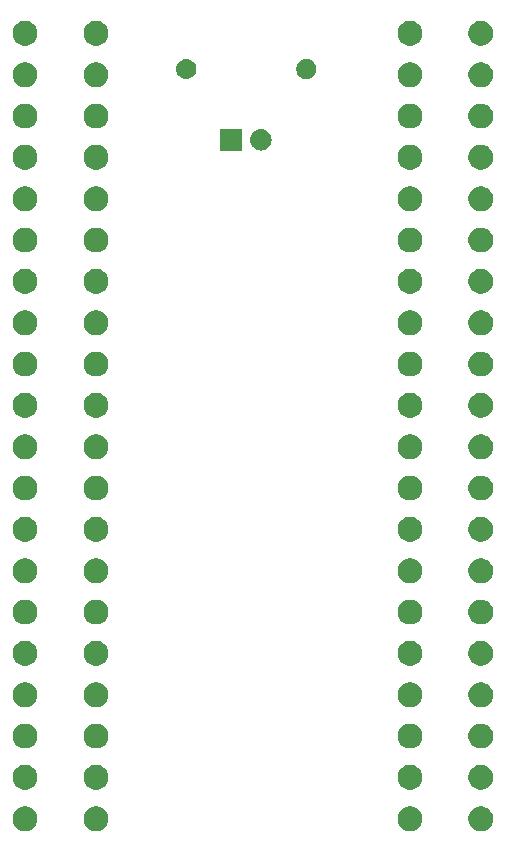
<source format=gbr>
G04 #@! TF.GenerationSoftware,KiCad,Pcbnew,(5.1.4)-1*
G04 #@! TF.CreationDate,2020-01-22T18:28:44-05:00*
G04 #@! TF.ProjectId,Star CAN Board,53746172-2043-4414-9e20-426f6172642e,rev?*
G04 #@! TF.SameCoordinates,Original*
G04 #@! TF.FileFunction,Soldermask,Top*
G04 #@! TF.FilePolarity,Negative*
%FSLAX46Y46*%
G04 Gerber Fmt 4.6, Leading zero omitted, Abs format (unit mm)*
G04 Created by KiCad (PCBNEW (5.1.4)-1) date 2020-01-22 18:28:44*
%MOMM*%
%LPD*%
G04 APERTURE LIST*
%ADD10C,0.100000*%
G04 APERTURE END LIST*
D10*
G36*
X156086564Y-139959389D02*
G01*
X156277833Y-140038615D01*
X156277835Y-140038616D01*
X156449973Y-140153635D01*
X156596365Y-140300027D01*
X156711385Y-140472167D01*
X156790611Y-140663436D01*
X156831000Y-140866484D01*
X156831000Y-141073516D01*
X156790611Y-141276564D01*
X156711385Y-141467833D01*
X156711384Y-141467835D01*
X156596365Y-141639973D01*
X156449973Y-141786365D01*
X156277835Y-141901384D01*
X156277834Y-141901385D01*
X156277833Y-141901385D01*
X156086564Y-141980611D01*
X155883516Y-142021000D01*
X155676484Y-142021000D01*
X155473436Y-141980611D01*
X155282167Y-141901385D01*
X155282166Y-141901385D01*
X155282165Y-141901384D01*
X155110027Y-141786365D01*
X154963635Y-141639973D01*
X154848616Y-141467835D01*
X154848615Y-141467833D01*
X154769389Y-141276564D01*
X154729000Y-141073516D01*
X154729000Y-140866484D01*
X154769389Y-140663436D01*
X154848615Y-140472167D01*
X154963635Y-140300027D01*
X155110027Y-140153635D01*
X155282165Y-140038616D01*
X155282167Y-140038615D01*
X155473436Y-139959389D01*
X155676484Y-139919000D01*
X155883516Y-139919000D01*
X156086564Y-139959389D01*
X156086564Y-139959389D01*
G37*
G36*
X150086564Y-139959389D02*
G01*
X150277833Y-140038615D01*
X150277835Y-140038616D01*
X150449973Y-140153635D01*
X150596365Y-140300027D01*
X150711385Y-140472167D01*
X150790611Y-140663436D01*
X150831000Y-140866484D01*
X150831000Y-141073516D01*
X150790611Y-141276564D01*
X150711385Y-141467833D01*
X150711384Y-141467835D01*
X150596365Y-141639973D01*
X150449973Y-141786365D01*
X150277835Y-141901384D01*
X150277834Y-141901385D01*
X150277833Y-141901385D01*
X150086564Y-141980611D01*
X149883516Y-142021000D01*
X149676484Y-142021000D01*
X149473436Y-141980611D01*
X149282167Y-141901385D01*
X149282166Y-141901385D01*
X149282165Y-141901384D01*
X149110027Y-141786365D01*
X148963635Y-141639973D01*
X148848616Y-141467835D01*
X148848615Y-141467833D01*
X148769389Y-141276564D01*
X148729000Y-141073516D01*
X148729000Y-140866484D01*
X148769389Y-140663436D01*
X148848615Y-140472167D01*
X148963635Y-140300027D01*
X149110027Y-140153635D01*
X149282165Y-140038616D01*
X149282167Y-140038615D01*
X149473436Y-139959389D01*
X149676484Y-139919000D01*
X149883516Y-139919000D01*
X150086564Y-139959389D01*
X150086564Y-139959389D01*
G37*
G36*
X117496564Y-139959389D02*
G01*
X117687833Y-140038615D01*
X117687835Y-140038616D01*
X117859973Y-140153635D01*
X118006365Y-140300027D01*
X118121385Y-140472167D01*
X118200611Y-140663436D01*
X118241000Y-140866484D01*
X118241000Y-141073516D01*
X118200611Y-141276564D01*
X118121385Y-141467833D01*
X118121384Y-141467835D01*
X118006365Y-141639973D01*
X117859973Y-141786365D01*
X117687835Y-141901384D01*
X117687834Y-141901385D01*
X117687833Y-141901385D01*
X117496564Y-141980611D01*
X117293516Y-142021000D01*
X117086484Y-142021000D01*
X116883436Y-141980611D01*
X116692167Y-141901385D01*
X116692166Y-141901385D01*
X116692165Y-141901384D01*
X116520027Y-141786365D01*
X116373635Y-141639973D01*
X116258616Y-141467835D01*
X116258615Y-141467833D01*
X116179389Y-141276564D01*
X116139000Y-141073516D01*
X116139000Y-140866484D01*
X116179389Y-140663436D01*
X116258615Y-140472167D01*
X116373635Y-140300027D01*
X116520027Y-140153635D01*
X116692165Y-140038616D01*
X116692167Y-140038615D01*
X116883436Y-139959389D01*
X117086484Y-139919000D01*
X117293516Y-139919000D01*
X117496564Y-139959389D01*
X117496564Y-139959389D01*
G37*
G36*
X123496564Y-139959389D02*
G01*
X123687833Y-140038615D01*
X123687835Y-140038616D01*
X123859973Y-140153635D01*
X124006365Y-140300027D01*
X124121385Y-140472167D01*
X124200611Y-140663436D01*
X124241000Y-140866484D01*
X124241000Y-141073516D01*
X124200611Y-141276564D01*
X124121385Y-141467833D01*
X124121384Y-141467835D01*
X124006365Y-141639973D01*
X123859973Y-141786365D01*
X123687835Y-141901384D01*
X123687834Y-141901385D01*
X123687833Y-141901385D01*
X123496564Y-141980611D01*
X123293516Y-142021000D01*
X123086484Y-142021000D01*
X122883436Y-141980611D01*
X122692167Y-141901385D01*
X122692166Y-141901385D01*
X122692165Y-141901384D01*
X122520027Y-141786365D01*
X122373635Y-141639973D01*
X122258616Y-141467835D01*
X122258615Y-141467833D01*
X122179389Y-141276564D01*
X122139000Y-141073516D01*
X122139000Y-140866484D01*
X122179389Y-140663436D01*
X122258615Y-140472167D01*
X122373635Y-140300027D01*
X122520027Y-140153635D01*
X122692165Y-140038616D01*
X122692167Y-140038615D01*
X122883436Y-139959389D01*
X123086484Y-139919000D01*
X123293516Y-139919000D01*
X123496564Y-139959389D01*
X123496564Y-139959389D01*
G37*
G36*
X117496564Y-136459389D02*
G01*
X117687833Y-136538615D01*
X117687835Y-136538616D01*
X117859973Y-136653635D01*
X118006365Y-136800027D01*
X118121385Y-136972167D01*
X118200611Y-137163436D01*
X118241000Y-137366484D01*
X118241000Y-137573516D01*
X118200611Y-137776564D01*
X118121385Y-137967833D01*
X118121384Y-137967835D01*
X118006365Y-138139973D01*
X117859973Y-138286365D01*
X117687835Y-138401384D01*
X117687834Y-138401385D01*
X117687833Y-138401385D01*
X117496564Y-138480611D01*
X117293516Y-138521000D01*
X117086484Y-138521000D01*
X116883436Y-138480611D01*
X116692167Y-138401385D01*
X116692166Y-138401385D01*
X116692165Y-138401384D01*
X116520027Y-138286365D01*
X116373635Y-138139973D01*
X116258616Y-137967835D01*
X116258615Y-137967833D01*
X116179389Y-137776564D01*
X116139000Y-137573516D01*
X116139000Y-137366484D01*
X116179389Y-137163436D01*
X116258615Y-136972167D01*
X116373635Y-136800027D01*
X116520027Y-136653635D01*
X116692165Y-136538616D01*
X116692167Y-136538615D01*
X116883436Y-136459389D01*
X117086484Y-136419000D01*
X117293516Y-136419000D01*
X117496564Y-136459389D01*
X117496564Y-136459389D01*
G37*
G36*
X123496564Y-136459389D02*
G01*
X123687833Y-136538615D01*
X123687835Y-136538616D01*
X123859973Y-136653635D01*
X124006365Y-136800027D01*
X124121385Y-136972167D01*
X124200611Y-137163436D01*
X124241000Y-137366484D01*
X124241000Y-137573516D01*
X124200611Y-137776564D01*
X124121385Y-137967833D01*
X124121384Y-137967835D01*
X124006365Y-138139973D01*
X123859973Y-138286365D01*
X123687835Y-138401384D01*
X123687834Y-138401385D01*
X123687833Y-138401385D01*
X123496564Y-138480611D01*
X123293516Y-138521000D01*
X123086484Y-138521000D01*
X122883436Y-138480611D01*
X122692167Y-138401385D01*
X122692166Y-138401385D01*
X122692165Y-138401384D01*
X122520027Y-138286365D01*
X122373635Y-138139973D01*
X122258616Y-137967835D01*
X122258615Y-137967833D01*
X122179389Y-137776564D01*
X122139000Y-137573516D01*
X122139000Y-137366484D01*
X122179389Y-137163436D01*
X122258615Y-136972167D01*
X122373635Y-136800027D01*
X122520027Y-136653635D01*
X122692165Y-136538616D01*
X122692167Y-136538615D01*
X122883436Y-136459389D01*
X123086484Y-136419000D01*
X123293516Y-136419000D01*
X123496564Y-136459389D01*
X123496564Y-136459389D01*
G37*
G36*
X156086564Y-136459389D02*
G01*
X156277833Y-136538615D01*
X156277835Y-136538616D01*
X156449973Y-136653635D01*
X156596365Y-136800027D01*
X156711385Y-136972167D01*
X156790611Y-137163436D01*
X156831000Y-137366484D01*
X156831000Y-137573516D01*
X156790611Y-137776564D01*
X156711385Y-137967833D01*
X156711384Y-137967835D01*
X156596365Y-138139973D01*
X156449973Y-138286365D01*
X156277835Y-138401384D01*
X156277834Y-138401385D01*
X156277833Y-138401385D01*
X156086564Y-138480611D01*
X155883516Y-138521000D01*
X155676484Y-138521000D01*
X155473436Y-138480611D01*
X155282167Y-138401385D01*
X155282166Y-138401385D01*
X155282165Y-138401384D01*
X155110027Y-138286365D01*
X154963635Y-138139973D01*
X154848616Y-137967835D01*
X154848615Y-137967833D01*
X154769389Y-137776564D01*
X154729000Y-137573516D01*
X154729000Y-137366484D01*
X154769389Y-137163436D01*
X154848615Y-136972167D01*
X154963635Y-136800027D01*
X155110027Y-136653635D01*
X155282165Y-136538616D01*
X155282167Y-136538615D01*
X155473436Y-136459389D01*
X155676484Y-136419000D01*
X155883516Y-136419000D01*
X156086564Y-136459389D01*
X156086564Y-136459389D01*
G37*
G36*
X150086564Y-136459389D02*
G01*
X150277833Y-136538615D01*
X150277835Y-136538616D01*
X150449973Y-136653635D01*
X150596365Y-136800027D01*
X150711385Y-136972167D01*
X150790611Y-137163436D01*
X150831000Y-137366484D01*
X150831000Y-137573516D01*
X150790611Y-137776564D01*
X150711385Y-137967833D01*
X150711384Y-137967835D01*
X150596365Y-138139973D01*
X150449973Y-138286365D01*
X150277835Y-138401384D01*
X150277834Y-138401385D01*
X150277833Y-138401385D01*
X150086564Y-138480611D01*
X149883516Y-138521000D01*
X149676484Y-138521000D01*
X149473436Y-138480611D01*
X149282167Y-138401385D01*
X149282166Y-138401385D01*
X149282165Y-138401384D01*
X149110027Y-138286365D01*
X148963635Y-138139973D01*
X148848616Y-137967835D01*
X148848615Y-137967833D01*
X148769389Y-137776564D01*
X148729000Y-137573516D01*
X148729000Y-137366484D01*
X148769389Y-137163436D01*
X148848615Y-136972167D01*
X148963635Y-136800027D01*
X149110027Y-136653635D01*
X149282165Y-136538616D01*
X149282167Y-136538615D01*
X149473436Y-136459389D01*
X149676484Y-136419000D01*
X149883516Y-136419000D01*
X150086564Y-136459389D01*
X150086564Y-136459389D01*
G37*
G36*
X156086564Y-132959389D02*
G01*
X156277833Y-133038615D01*
X156277835Y-133038616D01*
X156449973Y-133153635D01*
X156596365Y-133300027D01*
X156711385Y-133472167D01*
X156790611Y-133663436D01*
X156831000Y-133866484D01*
X156831000Y-134073516D01*
X156790611Y-134276564D01*
X156711385Y-134467833D01*
X156711384Y-134467835D01*
X156596365Y-134639973D01*
X156449973Y-134786365D01*
X156277835Y-134901384D01*
X156277834Y-134901385D01*
X156277833Y-134901385D01*
X156086564Y-134980611D01*
X155883516Y-135021000D01*
X155676484Y-135021000D01*
X155473436Y-134980611D01*
X155282167Y-134901385D01*
X155282166Y-134901385D01*
X155282165Y-134901384D01*
X155110027Y-134786365D01*
X154963635Y-134639973D01*
X154848616Y-134467835D01*
X154848615Y-134467833D01*
X154769389Y-134276564D01*
X154729000Y-134073516D01*
X154729000Y-133866484D01*
X154769389Y-133663436D01*
X154848615Y-133472167D01*
X154963635Y-133300027D01*
X155110027Y-133153635D01*
X155282165Y-133038616D01*
X155282167Y-133038615D01*
X155473436Y-132959389D01*
X155676484Y-132919000D01*
X155883516Y-132919000D01*
X156086564Y-132959389D01*
X156086564Y-132959389D01*
G37*
G36*
X150086564Y-132959389D02*
G01*
X150277833Y-133038615D01*
X150277835Y-133038616D01*
X150449973Y-133153635D01*
X150596365Y-133300027D01*
X150711385Y-133472167D01*
X150790611Y-133663436D01*
X150831000Y-133866484D01*
X150831000Y-134073516D01*
X150790611Y-134276564D01*
X150711385Y-134467833D01*
X150711384Y-134467835D01*
X150596365Y-134639973D01*
X150449973Y-134786365D01*
X150277835Y-134901384D01*
X150277834Y-134901385D01*
X150277833Y-134901385D01*
X150086564Y-134980611D01*
X149883516Y-135021000D01*
X149676484Y-135021000D01*
X149473436Y-134980611D01*
X149282167Y-134901385D01*
X149282166Y-134901385D01*
X149282165Y-134901384D01*
X149110027Y-134786365D01*
X148963635Y-134639973D01*
X148848616Y-134467835D01*
X148848615Y-134467833D01*
X148769389Y-134276564D01*
X148729000Y-134073516D01*
X148729000Y-133866484D01*
X148769389Y-133663436D01*
X148848615Y-133472167D01*
X148963635Y-133300027D01*
X149110027Y-133153635D01*
X149282165Y-133038616D01*
X149282167Y-133038615D01*
X149473436Y-132959389D01*
X149676484Y-132919000D01*
X149883516Y-132919000D01*
X150086564Y-132959389D01*
X150086564Y-132959389D01*
G37*
G36*
X123496564Y-132959389D02*
G01*
X123687833Y-133038615D01*
X123687835Y-133038616D01*
X123859973Y-133153635D01*
X124006365Y-133300027D01*
X124121385Y-133472167D01*
X124200611Y-133663436D01*
X124241000Y-133866484D01*
X124241000Y-134073516D01*
X124200611Y-134276564D01*
X124121385Y-134467833D01*
X124121384Y-134467835D01*
X124006365Y-134639973D01*
X123859973Y-134786365D01*
X123687835Y-134901384D01*
X123687834Y-134901385D01*
X123687833Y-134901385D01*
X123496564Y-134980611D01*
X123293516Y-135021000D01*
X123086484Y-135021000D01*
X122883436Y-134980611D01*
X122692167Y-134901385D01*
X122692166Y-134901385D01*
X122692165Y-134901384D01*
X122520027Y-134786365D01*
X122373635Y-134639973D01*
X122258616Y-134467835D01*
X122258615Y-134467833D01*
X122179389Y-134276564D01*
X122139000Y-134073516D01*
X122139000Y-133866484D01*
X122179389Y-133663436D01*
X122258615Y-133472167D01*
X122373635Y-133300027D01*
X122520027Y-133153635D01*
X122692165Y-133038616D01*
X122692167Y-133038615D01*
X122883436Y-132959389D01*
X123086484Y-132919000D01*
X123293516Y-132919000D01*
X123496564Y-132959389D01*
X123496564Y-132959389D01*
G37*
G36*
X117496564Y-132959389D02*
G01*
X117687833Y-133038615D01*
X117687835Y-133038616D01*
X117859973Y-133153635D01*
X118006365Y-133300027D01*
X118121385Y-133472167D01*
X118200611Y-133663436D01*
X118241000Y-133866484D01*
X118241000Y-134073516D01*
X118200611Y-134276564D01*
X118121385Y-134467833D01*
X118121384Y-134467835D01*
X118006365Y-134639973D01*
X117859973Y-134786365D01*
X117687835Y-134901384D01*
X117687834Y-134901385D01*
X117687833Y-134901385D01*
X117496564Y-134980611D01*
X117293516Y-135021000D01*
X117086484Y-135021000D01*
X116883436Y-134980611D01*
X116692167Y-134901385D01*
X116692166Y-134901385D01*
X116692165Y-134901384D01*
X116520027Y-134786365D01*
X116373635Y-134639973D01*
X116258616Y-134467835D01*
X116258615Y-134467833D01*
X116179389Y-134276564D01*
X116139000Y-134073516D01*
X116139000Y-133866484D01*
X116179389Y-133663436D01*
X116258615Y-133472167D01*
X116373635Y-133300027D01*
X116520027Y-133153635D01*
X116692165Y-133038616D01*
X116692167Y-133038615D01*
X116883436Y-132959389D01*
X117086484Y-132919000D01*
X117293516Y-132919000D01*
X117496564Y-132959389D01*
X117496564Y-132959389D01*
G37*
G36*
X123496564Y-129459389D02*
G01*
X123687833Y-129538615D01*
X123687835Y-129538616D01*
X123859973Y-129653635D01*
X124006365Y-129800027D01*
X124121385Y-129972167D01*
X124200611Y-130163436D01*
X124241000Y-130366484D01*
X124241000Y-130573516D01*
X124200611Y-130776564D01*
X124121385Y-130967833D01*
X124121384Y-130967835D01*
X124006365Y-131139973D01*
X123859973Y-131286365D01*
X123687835Y-131401384D01*
X123687834Y-131401385D01*
X123687833Y-131401385D01*
X123496564Y-131480611D01*
X123293516Y-131521000D01*
X123086484Y-131521000D01*
X122883436Y-131480611D01*
X122692167Y-131401385D01*
X122692166Y-131401385D01*
X122692165Y-131401384D01*
X122520027Y-131286365D01*
X122373635Y-131139973D01*
X122258616Y-130967835D01*
X122258615Y-130967833D01*
X122179389Y-130776564D01*
X122139000Y-130573516D01*
X122139000Y-130366484D01*
X122179389Y-130163436D01*
X122258615Y-129972167D01*
X122373635Y-129800027D01*
X122520027Y-129653635D01*
X122692165Y-129538616D01*
X122692167Y-129538615D01*
X122883436Y-129459389D01*
X123086484Y-129419000D01*
X123293516Y-129419000D01*
X123496564Y-129459389D01*
X123496564Y-129459389D01*
G37*
G36*
X117496564Y-129459389D02*
G01*
X117687833Y-129538615D01*
X117687835Y-129538616D01*
X117859973Y-129653635D01*
X118006365Y-129800027D01*
X118121385Y-129972167D01*
X118200611Y-130163436D01*
X118241000Y-130366484D01*
X118241000Y-130573516D01*
X118200611Y-130776564D01*
X118121385Y-130967833D01*
X118121384Y-130967835D01*
X118006365Y-131139973D01*
X117859973Y-131286365D01*
X117687835Y-131401384D01*
X117687834Y-131401385D01*
X117687833Y-131401385D01*
X117496564Y-131480611D01*
X117293516Y-131521000D01*
X117086484Y-131521000D01*
X116883436Y-131480611D01*
X116692167Y-131401385D01*
X116692166Y-131401385D01*
X116692165Y-131401384D01*
X116520027Y-131286365D01*
X116373635Y-131139973D01*
X116258616Y-130967835D01*
X116258615Y-130967833D01*
X116179389Y-130776564D01*
X116139000Y-130573516D01*
X116139000Y-130366484D01*
X116179389Y-130163436D01*
X116258615Y-129972167D01*
X116373635Y-129800027D01*
X116520027Y-129653635D01*
X116692165Y-129538616D01*
X116692167Y-129538615D01*
X116883436Y-129459389D01*
X117086484Y-129419000D01*
X117293516Y-129419000D01*
X117496564Y-129459389D01*
X117496564Y-129459389D01*
G37*
G36*
X150086564Y-129459389D02*
G01*
X150277833Y-129538615D01*
X150277835Y-129538616D01*
X150449973Y-129653635D01*
X150596365Y-129800027D01*
X150711385Y-129972167D01*
X150790611Y-130163436D01*
X150831000Y-130366484D01*
X150831000Y-130573516D01*
X150790611Y-130776564D01*
X150711385Y-130967833D01*
X150711384Y-130967835D01*
X150596365Y-131139973D01*
X150449973Y-131286365D01*
X150277835Y-131401384D01*
X150277834Y-131401385D01*
X150277833Y-131401385D01*
X150086564Y-131480611D01*
X149883516Y-131521000D01*
X149676484Y-131521000D01*
X149473436Y-131480611D01*
X149282167Y-131401385D01*
X149282166Y-131401385D01*
X149282165Y-131401384D01*
X149110027Y-131286365D01*
X148963635Y-131139973D01*
X148848616Y-130967835D01*
X148848615Y-130967833D01*
X148769389Y-130776564D01*
X148729000Y-130573516D01*
X148729000Y-130366484D01*
X148769389Y-130163436D01*
X148848615Y-129972167D01*
X148963635Y-129800027D01*
X149110027Y-129653635D01*
X149282165Y-129538616D01*
X149282167Y-129538615D01*
X149473436Y-129459389D01*
X149676484Y-129419000D01*
X149883516Y-129419000D01*
X150086564Y-129459389D01*
X150086564Y-129459389D01*
G37*
G36*
X156086564Y-129459389D02*
G01*
X156277833Y-129538615D01*
X156277835Y-129538616D01*
X156449973Y-129653635D01*
X156596365Y-129800027D01*
X156711385Y-129972167D01*
X156790611Y-130163436D01*
X156831000Y-130366484D01*
X156831000Y-130573516D01*
X156790611Y-130776564D01*
X156711385Y-130967833D01*
X156711384Y-130967835D01*
X156596365Y-131139973D01*
X156449973Y-131286365D01*
X156277835Y-131401384D01*
X156277834Y-131401385D01*
X156277833Y-131401385D01*
X156086564Y-131480611D01*
X155883516Y-131521000D01*
X155676484Y-131521000D01*
X155473436Y-131480611D01*
X155282167Y-131401385D01*
X155282166Y-131401385D01*
X155282165Y-131401384D01*
X155110027Y-131286365D01*
X154963635Y-131139973D01*
X154848616Y-130967835D01*
X154848615Y-130967833D01*
X154769389Y-130776564D01*
X154729000Y-130573516D01*
X154729000Y-130366484D01*
X154769389Y-130163436D01*
X154848615Y-129972167D01*
X154963635Y-129800027D01*
X155110027Y-129653635D01*
X155282165Y-129538616D01*
X155282167Y-129538615D01*
X155473436Y-129459389D01*
X155676484Y-129419000D01*
X155883516Y-129419000D01*
X156086564Y-129459389D01*
X156086564Y-129459389D01*
G37*
G36*
X123496564Y-125959389D02*
G01*
X123687833Y-126038615D01*
X123687835Y-126038616D01*
X123859973Y-126153635D01*
X124006365Y-126300027D01*
X124121385Y-126472167D01*
X124200611Y-126663436D01*
X124241000Y-126866484D01*
X124241000Y-127073516D01*
X124200611Y-127276564D01*
X124121385Y-127467833D01*
X124121384Y-127467835D01*
X124006365Y-127639973D01*
X123859973Y-127786365D01*
X123687835Y-127901384D01*
X123687834Y-127901385D01*
X123687833Y-127901385D01*
X123496564Y-127980611D01*
X123293516Y-128021000D01*
X123086484Y-128021000D01*
X122883436Y-127980611D01*
X122692167Y-127901385D01*
X122692166Y-127901385D01*
X122692165Y-127901384D01*
X122520027Y-127786365D01*
X122373635Y-127639973D01*
X122258616Y-127467835D01*
X122258615Y-127467833D01*
X122179389Y-127276564D01*
X122139000Y-127073516D01*
X122139000Y-126866484D01*
X122179389Y-126663436D01*
X122258615Y-126472167D01*
X122373635Y-126300027D01*
X122520027Y-126153635D01*
X122692165Y-126038616D01*
X122692167Y-126038615D01*
X122883436Y-125959389D01*
X123086484Y-125919000D01*
X123293516Y-125919000D01*
X123496564Y-125959389D01*
X123496564Y-125959389D01*
G37*
G36*
X150086564Y-125959389D02*
G01*
X150277833Y-126038615D01*
X150277835Y-126038616D01*
X150449973Y-126153635D01*
X150596365Y-126300027D01*
X150711385Y-126472167D01*
X150790611Y-126663436D01*
X150831000Y-126866484D01*
X150831000Y-127073516D01*
X150790611Y-127276564D01*
X150711385Y-127467833D01*
X150711384Y-127467835D01*
X150596365Y-127639973D01*
X150449973Y-127786365D01*
X150277835Y-127901384D01*
X150277834Y-127901385D01*
X150277833Y-127901385D01*
X150086564Y-127980611D01*
X149883516Y-128021000D01*
X149676484Y-128021000D01*
X149473436Y-127980611D01*
X149282167Y-127901385D01*
X149282166Y-127901385D01*
X149282165Y-127901384D01*
X149110027Y-127786365D01*
X148963635Y-127639973D01*
X148848616Y-127467835D01*
X148848615Y-127467833D01*
X148769389Y-127276564D01*
X148729000Y-127073516D01*
X148729000Y-126866484D01*
X148769389Y-126663436D01*
X148848615Y-126472167D01*
X148963635Y-126300027D01*
X149110027Y-126153635D01*
X149282165Y-126038616D01*
X149282167Y-126038615D01*
X149473436Y-125959389D01*
X149676484Y-125919000D01*
X149883516Y-125919000D01*
X150086564Y-125959389D01*
X150086564Y-125959389D01*
G37*
G36*
X156086564Y-125959389D02*
G01*
X156277833Y-126038615D01*
X156277835Y-126038616D01*
X156449973Y-126153635D01*
X156596365Y-126300027D01*
X156711385Y-126472167D01*
X156790611Y-126663436D01*
X156831000Y-126866484D01*
X156831000Y-127073516D01*
X156790611Y-127276564D01*
X156711385Y-127467833D01*
X156711384Y-127467835D01*
X156596365Y-127639973D01*
X156449973Y-127786365D01*
X156277835Y-127901384D01*
X156277834Y-127901385D01*
X156277833Y-127901385D01*
X156086564Y-127980611D01*
X155883516Y-128021000D01*
X155676484Y-128021000D01*
X155473436Y-127980611D01*
X155282167Y-127901385D01*
X155282166Y-127901385D01*
X155282165Y-127901384D01*
X155110027Y-127786365D01*
X154963635Y-127639973D01*
X154848616Y-127467835D01*
X154848615Y-127467833D01*
X154769389Y-127276564D01*
X154729000Y-127073516D01*
X154729000Y-126866484D01*
X154769389Y-126663436D01*
X154848615Y-126472167D01*
X154963635Y-126300027D01*
X155110027Y-126153635D01*
X155282165Y-126038616D01*
X155282167Y-126038615D01*
X155473436Y-125959389D01*
X155676484Y-125919000D01*
X155883516Y-125919000D01*
X156086564Y-125959389D01*
X156086564Y-125959389D01*
G37*
G36*
X117496564Y-125959389D02*
G01*
X117687833Y-126038615D01*
X117687835Y-126038616D01*
X117859973Y-126153635D01*
X118006365Y-126300027D01*
X118121385Y-126472167D01*
X118200611Y-126663436D01*
X118241000Y-126866484D01*
X118241000Y-127073516D01*
X118200611Y-127276564D01*
X118121385Y-127467833D01*
X118121384Y-127467835D01*
X118006365Y-127639973D01*
X117859973Y-127786365D01*
X117687835Y-127901384D01*
X117687834Y-127901385D01*
X117687833Y-127901385D01*
X117496564Y-127980611D01*
X117293516Y-128021000D01*
X117086484Y-128021000D01*
X116883436Y-127980611D01*
X116692167Y-127901385D01*
X116692166Y-127901385D01*
X116692165Y-127901384D01*
X116520027Y-127786365D01*
X116373635Y-127639973D01*
X116258616Y-127467835D01*
X116258615Y-127467833D01*
X116179389Y-127276564D01*
X116139000Y-127073516D01*
X116139000Y-126866484D01*
X116179389Y-126663436D01*
X116258615Y-126472167D01*
X116373635Y-126300027D01*
X116520027Y-126153635D01*
X116692165Y-126038616D01*
X116692167Y-126038615D01*
X116883436Y-125959389D01*
X117086484Y-125919000D01*
X117293516Y-125919000D01*
X117496564Y-125959389D01*
X117496564Y-125959389D01*
G37*
G36*
X156086564Y-122459389D02*
G01*
X156277833Y-122538615D01*
X156277835Y-122538616D01*
X156449973Y-122653635D01*
X156596365Y-122800027D01*
X156711385Y-122972167D01*
X156790611Y-123163436D01*
X156831000Y-123366484D01*
X156831000Y-123573516D01*
X156790611Y-123776564D01*
X156711385Y-123967833D01*
X156711384Y-123967835D01*
X156596365Y-124139973D01*
X156449973Y-124286365D01*
X156277835Y-124401384D01*
X156277834Y-124401385D01*
X156277833Y-124401385D01*
X156086564Y-124480611D01*
X155883516Y-124521000D01*
X155676484Y-124521000D01*
X155473436Y-124480611D01*
X155282167Y-124401385D01*
X155282166Y-124401385D01*
X155282165Y-124401384D01*
X155110027Y-124286365D01*
X154963635Y-124139973D01*
X154848616Y-123967835D01*
X154848615Y-123967833D01*
X154769389Y-123776564D01*
X154729000Y-123573516D01*
X154729000Y-123366484D01*
X154769389Y-123163436D01*
X154848615Y-122972167D01*
X154963635Y-122800027D01*
X155110027Y-122653635D01*
X155282165Y-122538616D01*
X155282167Y-122538615D01*
X155473436Y-122459389D01*
X155676484Y-122419000D01*
X155883516Y-122419000D01*
X156086564Y-122459389D01*
X156086564Y-122459389D01*
G37*
G36*
X150086564Y-122459389D02*
G01*
X150277833Y-122538615D01*
X150277835Y-122538616D01*
X150449973Y-122653635D01*
X150596365Y-122800027D01*
X150711385Y-122972167D01*
X150790611Y-123163436D01*
X150831000Y-123366484D01*
X150831000Y-123573516D01*
X150790611Y-123776564D01*
X150711385Y-123967833D01*
X150711384Y-123967835D01*
X150596365Y-124139973D01*
X150449973Y-124286365D01*
X150277835Y-124401384D01*
X150277834Y-124401385D01*
X150277833Y-124401385D01*
X150086564Y-124480611D01*
X149883516Y-124521000D01*
X149676484Y-124521000D01*
X149473436Y-124480611D01*
X149282167Y-124401385D01*
X149282166Y-124401385D01*
X149282165Y-124401384D01*
X149110027Y-124286365D01*
X148963635Y-124139973D01*
X148848616Y-123967835D01*
X148848615Y-123967833D01*
X148769389Y-123776564D01*
X148729000Y-123573516D01*
X148729000Y-123366484D01*
X148769389Y-123163436D01*
X148848615Y-122972167D01*
X148963635Y-122800027D01*
X149110027Y-122653635D01*
X149282165Y-122538616D01*
X149282167Y-122538615D01*
X149473436Y-122459389D01*
X149676484Y-122419000D01*
X149883516Y-122419000D01*
X150086564Y-122459389D01*
X150086564Y-122459389D01*
G37*
G36*
X117496564Y-122459389D02*
G01*
X117687833Y-122538615D01*
X117687835Y-122538616D01*
X117859973Y-122653635D01*
X118006365Y-122800027D01*
X118121385Y-122972167D01*
X118200611Y-123163436D01*
X118241000Y-123366484D01*
X118241000Y-123573516D01*
X118200611Y-123776564D01*
X118121385Y-123967833D01*
X118121384Y-123967835D01*
X118006365Y-124139973D01*
X117859973Y-124286365D01*
X117687835Y-124401384D01*
X117687834Y-124401385D01*
X117687833Y-124401385D01*
X117496564Y-124480611D01*
X117293516Y-124521000D01*
X117086484Y-124521000D01*
X116883436Y-124480611D01*
X116692167Y-124401385D01*
X116692166Y-124401385D01*
X116692165Y-124401384D01*
X116520027Y-124286365D01*
X116373635Y-124139973D01*
X116258616Y-123967835D01*
X116258615Y-123967833D01*
X116179389Y-123776564D01*
X116139000Y-123573516D01*
X116139000Y-123366484D01*
X116179389Y-123163436D01*
X116258615Y-122972167D01*
X116373635Y-122800027D01*
X116520027Y-122653635D01*
X116692165Y-122538616D01*
X116692167Y-122538615D01*
X116883436Y-122459389D01*
X117086484Y-122419000D01*
X117293516Y-122419000D01*
X117496564Y-122459389D01*
X117496564Y-122459389D01*
G37*
G36*
X123496564Y-122459389D02*
G01*
X123687833Y-122538615D01*
X123687835Y-122538616D01*
X123859973Y-122653635D01*
X124006365Y-122800027D01*
X124121385Y-122972167D01*
X124200611Y-123163436D01*
X124241000Y-123366484D01*
X124241000Y-123573516D01*
X124200611Y-123776564D01*
X124121385Y-123967833D01*
X124121384Y-123967835D01*
X124006365Y-124139973D01*
X123859973Y-124286365D01*
X123687835Y-124401384D01*
X123687834Y-124401385D01*
X123687833Y-124401385D01*
X123496564Y-124480611D01*
X123293516Y-124521000D01*
X123086484Y-124521000D01*
X122883436Y-124480611D01*
X122692167Y-124401385D01*
X122692166Y-124401385D01*
X122692165Y-124401384D01*
X122520027Y-124286365D01*
X122373635Y-124139973D01*
X122258616Y-123967835D01*
X122258615Y-123967833D01*
X122179389Y-123776564D01*
X122139000Y-123573516D01*
X122139000Y-123366484D01*
X122179389Y-123163436D01*
X122258615Y-122972167D01*
X122373635Y-122800027D01*
X122520027Y-122653635D01*
X122692165Y-122538616D01*
X122692167Y-122538615D01*
X122883436Y-122459389D01*
X123086484Y-122419000D01*
X123293516Y-122419000D01*
X123496564Y-122459389D01*
X123496564Y-122459389D01*
G37*
G36*
X156086564Y-118959389D02*
G01*
X156277833Y-119038615D01*
X156277835Y-119038616D01*
X156449973Y-119153635D01*
X156596365Y-119300027D01*
X156711385Y-119472167D01*
X156790611Y-119663436D01*
X156831000Y-119866484D01*
X156831000Y-120073516D01*
X156790611Y-120276564D01*
X156711385Y-120467833D01*
X156711384Y-120467835D01*
X156596365Y-120639973D01*
X156449973Y-120786365D01*
X156277835Y-120901384D01*
X156277834Y-120901385D01*
X156277833Y-120901385D01*
X156086564Y-120980611D01*
X155883516Y-121021000D01*
X155676484Y-121021000D01*
X155473436Y-120980611D01*
X155282167Y-120901385D01*
X155282166Y-120901385D01*
X155282165Y-120901384D01*
X155110027Y-120786365D01*
X154963635Y-120639973D01*
X154848616Y-120467835D01*
X154848615Y-120467833D01*
X154769389Y-120276564D01*
X154729000Y-120073516D01*
X154729000Y-119866484D01*
X154769389Y-119663436D01*
X154848615Y-119472167D01*
X154963635Y-119300027D01*
X155110027Y-119153635D01*
X155282165Y-119038616D01*
X155282167Y-119038615D01*
X155473436Y-118959389D01*
X155676484Y-118919000D01*
X155883516Y-118919000D01*
X156086564Y-118959389D01*
X156086564Y-118959389D01*
G37*
G36*
X123496564Y-118959389D02*
G01*
X123687833Y-119038615D01*
X123687835Y-119038616D01*
X123859973Y-119153635D01*
X124006365Y-119300027D01*
X124121385Y-119472167D01*
X124200611Y-119663436D01*
X124241000Y-119866484D01*
X124241000Y-120073516D01*
X124200611Y-120276564D01*
X124121385Y-120467833D01*
X124121384Y-120467835D01*
X124006365Y-120639973D01*
X123859973Y-120786365D01*
X123687835Y-120901384D01*
X123687834Y-120901385D01*
X123687833Y-120901385D01*
X123496564Y-120980611D01*
X123293516Y-121021000D01*
X123086484Y-121021000D01*
X122883436Y-120980611D01*
X122692167Y-120901385D01*
X122692166Y-120901385D01*
X122692165Y-120901384D01*
X122520027Y-120786365D01*
X122373635Y-120639973D01*
X122258616Y-120467835D01*
X122258615Y-120467833D01*
X122179389Y-120276564D01*
X122139000Y-120073516D01*
X122139000Y-119866484D01*
X122179389Y-119663436D01*
X122258615Y-119472167D01*
X122373635Y-119300027D01*
X122520027Y-119153635D01*
X122692165Y-119038616D01*
X122692167Y-119038615D01*
X122883436Y-118959389D01*
X123086484Y-118919000D01*
X123293516Y-118919000D01*
X123496564Y-118959389D01*
X123496564Y-118959389D01*
G37*
G36*
X150086564Y-118959389D02*
G01*
X150277833Y-119038615D01*
X150277835Y-119038616D01*
X150449973Y-119153635D01*
X150596365Y-119300027D01*
X150711385Y-119472167D01*
X150790611Y-119663436D01*
X150831000Y-119866484D01*
X150831000Y-120073516D01*
X150790611Y-120276564D01*
X150711385Y-120467833D01*
X150711384Y-120467835D01*
X150596365Y-120639973D01*
X150449973Y-120786365D01*
X150277835Y-120901384D01*
X150277834Y-120901385D01*
X150277833Y-120901385D01*
X150086564Y-120980611D01*
X149883516Y-121021000D01*
X149676484Y-121021000D01*
X149473436Y-120980611D01*
X149282167Y-120901385D01*
X149282166Y-120901385D01*
X149282165Y-120901384D01*
X149110027Y-120786365D01*
X148963635Y-120639973D01*
X148848616Y-120467835D01*
X148848615Y-120467833D01*
X148769389Y-120276564D01*
X148729000Y-120073516D01*
X148729000Y-119866484D01*
X148769389Y-119663436D01*
X148848615Y-119472167D01*
X148963635Y-119300027D01*
X149110027Y-119153635D01*
X149282165Y-119038616D01*
X149282167Y-119038615D01*
X149473436Y-118959389D01*
X149676484Y-118919000D01*
X149883516Y-118919000D01*
X150086564Y-118959389D01*
X150086564Y-118959389D01*
G37*
G36*
X117496564Y-118959389D02*
G01*
X117687833Y-119038615D01*
X117687835Y-119038616D01*
X117859973Y-119153635D01*
X118006365Y-119300027D01*
X118121385Y-119472167D01*
X118200611Y-119663436D01*
X118241000Y-119866484D01*
X118241000Y-120073516D01*
X118200611Y-120276564D01*
X118121385Y-120467833D01*
X118121384Y-120467835D01*
X118006365Y-120639973D01*
X117859973Y-120786365D01*
X117687835Y-120901384D01*
X117687834Y-120901385D01*
X117687833Y-120901385D01*
X117496564Y-120980611D01*
X117293516Y-121021000D01*
X117086484Y-121021000D01*
X116883436Y-120980611D01*
X116692167Y-120901385D01*
X116692166Y-120901385D01*
X116692165Y-120901384D01*
X116520027Y-120786365D01*
X116373635Y-120639973D01*
X116258616Y-120467835D01*
X116258615Y-120467833D01*
X116179389Y-120276564D01*
X116139000Y-120073516D01*
X116139000Y-119866484D01*
X116179389Y-119663436D01*
X116258615Y-119472167D01*
X116373635Y-119300027D01*
X116520027Y-119153635D01*
X116692165Y-119038616D01*
X116692167Y-119038615D01*
X116883436Y-118959389D01*
X117086484Y-118919000D01*
X117293516Y-118919000D01*
X117496564Y-118959389D01*
X117496564Y-118959389D01*
G37*
G36*
X123496564Y-115459389D02*
G01*
X123687833Y-115538615D01*
X123687835Y-115538616D01*
X123859973Y-115653635D01*
X124006365Y-115800027D01*
X124121385Y-115972167D01*
X124200611Y-116163436D01*
X124241000Y-116366484D01*
X124241000Y-116573516D01*
X124200611Y-116776564D01*
X124121385Y-116967833D01*
X124121384Y-116967835D01*
X124006365Y-117139973D01*
X123859973Y-117286365D01*
X123687835Y-117401384D01*
X123687834Y-117401385D01*
X123687833Y-117401385D01*
X123496564Y-117480611D01*
X123293516Y-117521000D01*
X123086484Y-117521000D01*
X122883436Y-117480611D01*
X122692167Y-117401385D01*
X122692166Y-117401385D01*
X122692165Y-117401384D01*
X122520027Y-117286365D01*
X122373635Y-117139973D01*
X122258616Y-116967835D01*
X122258615Y-116967833D01*
X122179389Y-116776564D01*
X122139000Y-116573516D01*
X122139000Y-116366484D01*
X122179389Y-116163436D01*
X122258615Y-115972167D01*
X122373635Y-115800027D01*
X122520027Y-115653635D01*
X122692165Y-115538616D01*
X122692167Y-115538615D01*
X122883436Y-115459389D01*
X123086484Y-115419000D01*
X123293516Y-115419000D01*
X123496564Y-115459389D01*
X123496564Y-115459389D01*
G37*
G36*
X156086564Y-115459389D02*
G01*
X156277833Y-115538615D01*
X156277835Y-115538616D01*
X156449973Y-115653635D01*
X156596365Y-115800027D01*
X156711385Y-115972167D01*
X156790611Y-116163436D01*
X156831000Y-116366484D01*
X156831000Y-116573516D01*
X156790611Y-116776564D01*
X156711385Y-116967833D01*
X156711384Y-116967835D01*
X156596365Y-117139973D01*
X156449973Y-117286365D01*
X156277835Y-117401384D01*
X156277834Y-117401385D01*
X156277833Y-117401385D01*
X156086564Y-117480611D01*
X155883516Y-117521000D01*
X155676484Y-117521000D01*
X155473436Y-117480611D01*
X155282167Y-117401385D01*
X155282166Y-117401385D01*
X155282165Y-117401384D01*
X155110027Y-117286365D01*
X154963635Y-117139973D01*
X154848616Y-116967835D01*
X154848615Y-116967833D01*
X154769389Y-116776564D01*
X154729000Y-116573516D01*
X154729000Y-116366484D01*
X154769389Y-116163436D01*
X154848615Y-115972167D01*
X154963635Y-115800027D01*
X155110027Y-115653635D01*
X155282165Y-115538616D01*
X155282167Y-115538615D01*
X155473436Y-115459389D01*
X155676484Y-115419000D01*
X155883516Y-115419000D01*
X156086564Y-115459389D01*
X156086564Y-115459389D01*
G37*
G36*
X150086564Y-115459389D02*
G01*
X150277833Y-115538615D01*
X150277835Y-115538616D01*
X150449973Y-115653635D01*
X150596365Y-115800027D01*
X150711385Y-115972167D01*
X150790611Y-116163436D01*
X150831000Y-116366484D01*
X150831000Y-116573516D01*
X150790611Y-116776564D01*
X150711385Y-116967833D01*
X150711384Y-116967835D01*
X150596365Y-117139973D01*
X150449973Y-117286365D01*
X150277835Y-117401384D01*
X150277834Y-117401385D01*
X150277833Y-117401385D01*
X150086564Y-117480611D01*
X149883516Y-117521000D01*
X149676484Y-117521000D01*
X149473436Y-117480611D01*
X149282167Y-117401385D01*
X149282166Y-117401385D01*
X149282165Y-117401384D01*
X149110027Y-117286365D01*
X148963635Y-117139973D01*
X148848616Y-116967835D01*
X148848615Y-116967833D01*
X148769389Y-116776564D01*
X148729000Y-116573516D01*
X148729000Y-116366484D01*
X148769389Y-116163436D01*
X148848615Y-115972167D01*
X148963635Y-115800027D01*
X149110027Y-115653635D01*
X149282165Y-115538616D01*
X149282167Y-115538615D01*
X149473436Y-115459389D01*
X149676484Y-115419000D01*
X149883516Y-115419000D01*
X150086564Y-115459389D01*
X150086564Y-115459389D01*
G37*
G36*
X117496564Y-115459389D02*
G01*
X117687833Y-115538615D01*
X117687835Y-115538616D01*
X117859973Y-115653635D01*
X118006365Y-115800027D01*
X118121385Y-115972167D01*
X118200611Y-116163436D01*
X118241000Y-116366484D01*
X118241000Y-116573516D01*
X118200611Y-116776564D01*
X118121385Y-116967833D01*
X118121384Y-116967835D01*
X118006365Y-117139973D01*
X117859973Y-117286365D01*
X117687835Y-117401384D01*
X117687834Y-117401385D01*
X117687833Y-117401385D01*
X117496564Y-117480611D01*
X117293516Y-117521000D01*
X117086484Y-117521000D01*
X116883436Y-117480611D01*
X116692167Y-117401385D01*
X116692166Y-117401385D01*
X116692165Y-117401384D01*
X116520027Y-117286365D01*
X116373635Y-117139973D01*
X116258616Y-116967835D01*
X116258615Y-116967833D01*
X116179389Y-116776564D01*
X116139000Y-116573516D01*
X116139000Y-116366484D01*
X116179389Y-116163436D01*
X116258615Y-115972167D01*
X116373635Y-115800027D01*
X116520027Y-115653635D01*
X116692165Y-115538616D01*
X116692167Y-115538615D01*
X116883436Y-115459389D01*
X117086484Y-115419000D01*
X117293516Y-115419000D01*
X117496564Y-115459389D01*
X117496564Y-115459389D01*
G37*
G36*
X117496564Y-111959389D02*
G01*
X117687833Y-112038615D01*
X117687835Y-112038616D01*
X117859973Y-112153635D01*
X118006365Y-112300027D01*
X118121385Y-112472167D01*
X118200611Y-112663436D01*
X118241000Y-112866484D01*
X118241000Y-113073516D01*
X118200611Y-113276564D01*
X118121385Y-113467833D01*
X118121384Y-113467835D01*
X118006365Y-113639973D01*
X117859973Y-113786365D01*
X117687835Y-113901384D01*
X117687834Y-113901385D01*
X117687833Y-113901385D01*
X117496564Y-113980611D01*
X117293516Y-114021000D01*
X117086484Y-114021000D01*
X116883436Y-113980611D01*
X116692167Y-113901385D01*
X116692166Y-113901385D01*
X116692165Y-113901384D01*
X116520027Y-113786365D01*
X116373635Y-113639973D01*
X116258616Y-113467835D01*
X116258615Y-113467833D01*
X116179389Y-113276564D01*
X116139000Y-113073516D01*
X116139000Y-112866484D01*
X116179389Y-112663436D01*
X116258615Y-112472167D01*
X116373635Y-112300027D01*
X116520027Y-112153635D01*
X116692165Y-112038616D01*
X116692167Y-112038615D01*
X116883436Y-111959389D01*
X117086484Y-111919000D01*
X117293516Y-111919000D01*
X117496564Y-111959389D01*
X117496564Y-111959389D01*
G37*
G36*
X123496564Y-111959389D02*
G01*
X123687833Y-112038615D01*
X123687835Y-112038616D01*
X123859973Y-112153635D01*
X124006365Y-112300027D01*
X124121385Y-112472167D01*
X124200611Y-112663436D01*
X124241000Y-112866484D01*
X124241000Y-113073516D01*
X124200611Y-113276564D01*
X124121385Y-113467833D01*
X124121384Y-113467835D01*
X124006365Y-113639973D01*
X123859973Y-113786365D01*
X123687835Y-113901384D01*
X123687834Y-113901385D01*
X123687833Y-113901385D01*
X123496564Y-113980611D01*
X123293516Y-114021000D01*
X123086484Y-114021000D01*
X122883436Y-113980611D01*
X122692167Y-113901385D01*
X122692166Y-113901385D01*
X122692165Y-113901384D01*
X122520027Y-113786365D01*
X122373635Y-113639973D01*
X122258616Y-113467835D01*
X122258615Y-113467833D01*
X122179389Y-113276564D01*
X122139000Y-113073516D01*
X122139000Y-112866484D01*
X122179389Y-112663436D01*
X122258615Y-112472167D01*
X122373635Y-112300027D01*
X122520027Y-112153635D01*
X122692165Y-112038616D01*
X122692167Y-112038615D01*
X122883436Y-111959389D01*
X123086484Y-111919000D01*
X123293516Y-111919000D01*
X123496564Y-111959389D01*
X123496564Y-111959389D01*
G37*
G36*
X150086564Y-111959389D02*
G01*
X150277833Y-112038615D01*
X150277835Y-112038616D01*
X150449973Y-112153635D01*
X150596365Y-112300027D01*
X150711385Y-112472167D01*
X150790611Y-112663436D01*
X150831000Y-112866484D01*
X150831000Y-113073516D01*
X150790611Y-113276564D01*
X150711385Y-113467833D01*
X150711384Y-113467835D01*
X150596365Y-113639973D01*
X150449973Y-113786365D01*
X150277835Y-113901384D01*
X150277834Y-113901385D01*
X150277833Y-113901385D01*
X150086564Y-113980611D01*
X149883516Y-114021000D01*
X149676484Y-114021000D01*
X149473436Y-113980611D01*
X149282167Y-113901385D01*
X149282166Y-113901385D01*
X149282165Y-113901384D01*
X149110027Y-113786365D01*
X148963635Y-113639973D01*
X148848616Y-113467835D01*
X148848615Y-113467833D01*
X148769389Y-113276564D01*
X148729000Y-113073516D01*
X148729000Y-112866484D01*
X148769389Y-112663436D01*
X148848615Y-112472167D01*
X148963635Y-112300027D01*
X149110027Y-112153635D01*
X149282165Y-112038616D01*
X149282167Y-112038615D01*
X149473436Y-111959389D01*
X149676484Y-111919000D01*
X149883516Y-111919000D01*
X150086564Y-111959389D01*
X150086564Y-111959389D01*
G37*
G36*
X156086564Y-111959389D02*
G01*
X156277833Y-112038615D01*
X156277835Y-112038616D01*
X156449973Y-112153635D01*
X156596365Y-112300027D01*
X156711385Y-112472167D01*
X156790611Y-112663436D01*
X156831000Y-112866484D01*
X156831000Y-113073516D01*
X156790611Y-113276564D01*
X156711385Y-113467833D01*
X156711384Y-113467835D01*
X156596365Y-113639973D01*
X156449973Y-113786365D01*
X156277835Y-113901384D01*
X156277834Y-113901385D01*
X156277833Y-113901385D01*
X156086564Y-113980611D01*
X155883516Y-114021000D01*
X155676484Y-114021000D01*
X155473436Y-113980611D01*
X155282167Y-113901385D01*
X155282166Y-113901385D01*
X155282165Y-113901384D01*
X155110027Y-113786365D01*
X154963635Y-113639973D01*
X154848616Y-113467835D01*
X154848615Y-113467833D01*
X154769389Y-113276564D01*
X154729000Y-113073516D01*
X154729000Y-112866484D01*
X154769389Y-112663436D01*
X154848615Y-112472167D01*
X154963635Y-112300027D01*
X155110027Y-112153635D01*
X155282165Y-112038616D01*
X155282167Y-112038615D01*
X155473436Y-111959389D01*
X155676484Y-111919000D01*
X155883516Y-111919000D01*
X156086564Y-111959389D01*
X156086564Y-111959389D01*
G37*
G36*
X123496564Y-108459389D02*
G01*
X123687833Y-108538615D01*
X123687835Y-108538616D01*
X123859973Y-108653635D01*
X124006365Y-108800027D01*
X124121385Y-108972167D01*
X124200611Y-109163436D01*
X124241000Y-109366484D01*
X124241000Y-109573516D01*
X124200611Y-109776564D01*
X124121385Y-109967833D01*
X124121384Y-109967835D01*
X124006365Y-110139973D01*
X123859973Y-110286365D01*
X123687835Y-110401384D01*
X123687834Y-110401385D01*
X123687833Y-110401385D01*
X123496564Y-110480611D01*
X123293516Y-110521000D01*
X123086484Y-110521000D01*
X122883436Y-110480611D01*
X122692167Y-110401385D01*
X122692166Y-110401385D01*
X122692165Y-110401384D01*
X122520027Y-110286365D01*
X122373635Y-110139973D01*
X122258616Y-109967835D01*
X122258615Y-109967833D01*
X122179389Y-109776564D01*
X122139000Y-109573516D01*
X122139000Y-109366484D01*
X122179389Y-109163436D01*
X122258615Y-108972167D01*
X122373635Y-108800027D01*
X122520027Y-108653635D01*
X122692165Y-108538616D01*
X122692167Y-108538615D01*
X122883436Y-108459389D01*
X123086484Y-108419000D01*
X123293516Y-108419000D01*
X123496564Y-108459389D01*
X123496564Y-108459389D01*
G37*
G36*
X150086564Y-108459389D02*
G01*
X150277833Y-108538615D01*
X150277835Y-108538616D01*
X150449973Y-108653635D01*
X150596365Y-108800027D01*
X150711385Y-108972167D01*
X150790611Y-109163436D01*
X150831000Y-109366484D01*
X150831000Y-109573516D01*
X150790611Y-109776564D01*
X150711385Y-109967833D01*
X150711384Y-109967835D01*
X150596365Y-110139973D01*
X150449973Y-110286365D01*
X150277835Y-110401384D01*
X150277834Y-110401385D01*
X150277833Y-110401385D01*
X150086564Y-110480611D01*
X149883516Y-110521000D01*
X149676484Y-110521000D01*
X149473436Y-110480611D01*
X149282167Y-110401385D01*
X149282166Y-110401385D01*
X149282165Y-110401384D01*
X149110027Y-110286365D01*
X148963635Y-110139973D01*
X148848616Y-109967835D01*
X148848615Y-109967833D01*
X148769389Y-109776564D01*
X148729000Y-109573516D01*
X148729000Y-109366484D01*
X148769389Y-109163436D01*
X148848615Y-108972167D01*
X148963635Y-108800027D01*
X149110027Y-108653635D01*
X149282165Y-108538616D01*
X149282167Y-108538615D01*
X149473436Y-108459389D01*
X149676484Y-108419000D01*
X149883516Y-108419000D01*
X150086564Y-108459389D01*
X150086564Y-108459389D01*
G37*
G36*
X156086564Y-108459389D02*
G01*
X156277833Y-108538615D01*
X156277835Y-108538616D01*
X156449973Y-108653635D01*
X156596365Y-108800027D01*
X156711385Y-108972167D01*
X156790611Y-109163436D01*
X156831000Y-109366484D01*
X156831000Y-109573516D01*
X156790611Y-109776564D01*
X156711385Y-109967833D01*
X156711384Y-109967835D01*
X156596365Y-110139973D01*
X156449973Y-110286365D01*
X156277835Y-110401384D01*
X156277834Y-110401385D01*
X156277833Y-110401385D01*
X156086564Y-110480611D01*
X155883516Y-110521000D01*
X155676484Y-110521000D01*
X155473436Y-110480611D01*
X155282167Y-110401385D01*
X155282166Y-110401385D01*
X155282165Y-110401384D01*
X155110027Y-110286365D01*
X154963635Y-110139973D01*
X154848616Y-109967835D01*
X154848615Y-109967833D01*
X154769389Y-109776564D01*
X154729000Y-109573516D01*
X154729000Y-109366484D01*
X154769389Y-109163436D01*
X154848615Y-108972167D01*
X154963635Y-108800027D01*
X155110027Y-108653635D01*
X155282165Y-108538616D01*
X155282167Y-108538615D01*
X155473436Y-108459389D01*
X155676484Y-108419000D01*
X155883516Y-108419000D01*
X156086564Y-108459389D01*
X156086564Y-108459389D01*
G37*
G36*
X117496564Y-108459389D02*
G01*
X117687833Y-108538615D01*
X117687835Y-108538616D01*
X117859973Y-108653635D01*
X118006365Y-108800027D01*
X118121385Y-108972167D01*
X118200611Y-109163436D01*
X118241000Y-109366484D01*
X118241000Y-109573516D01*
X118200611Y-109776564D01*
X118121385Y-109967833D01*
X118121384Y-109967835D01*
X118006365Y-110139973D01*
X117859973Y-110286365D01*
X117687835Y-110401384D01*
X117687834Y-110401385D01*
X117687833Y-110401385D01*
X117496564Y-110480611D01*
X117293516Y-110521000D01*
X117086484Y-110521000D01*
X116883436Y-110480611D01*
X116692167Y-110401385D01*
X116692166Y-110401385D01*
X116692165Y-110401384D01*
X116520027Y-110286365D01*
X116373635Y-110139973D01*
X116258616Y-109967835D01*
X116258615Y-109967833D01*
X116179389Y-109776564D01*
X116139000Y-109573516D01*
X116139000Y-109366484D01*
X116179389Y-109163436D01*
X116258615Y-108972167D01*
X116373635Y-108800027D01*
X116520027Y-108653635D01*
X116692165Y-108538616D01*
X116692167Y-108538615D01*
X116883436Y-108459389D01*
X117086484Y-108419000D01*
X117293516Y-108419000D01*
X117496564Y-108459389D01*
X117496564Y-108459389D01*
G37*
G36*
X117496564Y-104959389D02*
G01*
X117687833Y-105038615D01*
X117687835Y-105038616D01*
X117859973Y-105153635D01*
X118006365Y-105300027D01*
X118121385Y-105472167D01*
X118200611Y-105663436D01*
X118241000Y-105866484D01*
X118241000Y-106073516D01*
X118200611Y-106276564D01*
X118121385Y-106467833D01*
X118121384Y-106467835D01*
X118006365Y-106639973D01*
X117859973Y-106786365D01*
X117687835Y-106901384D01*
X117687834Y-106901385D01*
X117687833Y-106901385D01*
X117496564Y-106980611D01*
X117293516Y-107021000D01*
X117086484Y-107021000D01*
X116883436Y-106980611D01*
X116692167Y-106901385D01*
X116692166Y-106901385D01*
X116692165Y-106901384D01*
X116520027Y-106786365D01*
X116373635Y-106639973D01*
X116258616Y-106467835D01*
X116258615Y-106467833D01*
X116179389Y-106276564D01*
X116139000Y-106073516D01*
X116139000Y-105866484D01*
X116179389Y-105663436D01*
X116258615Y-105472167D01*
X116373635Y-105300027D01*
X116520027Y-105153635D01*
X116692165Y-105038616D01*
X116692167Y-105038615D01*
X116883436Y-104959389D01*
X117086484Y-104919000D01*
X117293516Y-104919000D01*
X117496564Y-104959389D01*
X117496564Y-104959389D01*
G37*
G36*
X156086564Y-104959389D02*
G01*
X156277833Y-105038615D01*
X156277835Y-105038616D01*
X156449973Y-105153635D01*
X156596365Y-105300027D01*
X156711385Y-105472167D01*
X156790611Y-105663436D01*
X156831000Y-105866484D01*
X156831000Y-106073516D01*
X156790611Y-106276564D01*
X156711385Y-106467833D01*
X156711384Y-106467835D01*
X156596365Y-106639973D01*
X156449973Y-106786365D01*
X156277835Y-106901384D01*
X156277834Y-106901385D01*
X156277833Y-106901385D01*
X156086564Y-106980611D01*
X155883516Y-107021000D01*
X155676484Y-107021000D01*
X155473436Y-106980611D01*
X155282167Y-106901385D01*
X155282166Y-106901385D01*
X155282165Y-106901384D01*
X155110027Y-106786365D01*
X154963635Y-106639973D01*
X154848616Y-106467835D01*
X154848615Y-106467833D01*
X154769389Y-106276564D01*
X154729000Y-106073516D01*
X154729000Y-105866484D01*
X154769389Y-105663436D01*
X154848615Y-105472167D01*
X154963635Y-105300027D01*
X155110027Y-105153635D01*
X155282165Y-105038616D01*
X155282167Y-105038615D01*
X155473436Y-104959389D01*
X155676484Y-104919000D01*
X155883516Y-104919000D01*
X156086564Y-104959389D01*
X156086564Y-104959389D01*
G37*
G36*
X150086564Y-104959389D02*
G01*
X150277833Y-105038615D01*
X150277835Y-105038616D01*
X150449973Y-105153635D01*
X150596365Y-105300027D01*
X150711385Y-105472167D01*
X150790611Y-105663436D01*
X150831000Y-105866484D01*
X150831000Y-106073516D01*
X150790611Y-106276564D01*
X150711385Y-106467833D01*
X150711384Y-106467835D01*
X150596365Y-106639973D01*
X150449973Y-106786365D01*
X150277835Y-106901384D01*
X150277834Y-106901385D01*
X150277833Y-106901385D01*
X150086564Y-106980611D01*
X149883516Y-107021000D01*
X149676484Y-107021000D01*
X149473436Y-106980611D01*
X149282167Y-106901385D01*
X149282166Y-106901385D01*
X149282165Y-106901384D01*
X149110027Y-106786365D01*
X148963635Y-106639973D01*
X148848616Y-106467835D01*
X148848615Y-106467833D01*
X148769389Y-106276564D01*
X148729000Y-106073516D01*
X148729000Y-105866484D01*
X148769389Y-105663436D01*
X148848615Y-105472167D01*
X148963635Y-105300027D01*
X149110027Y-105153635D01*
X149282165Y-105038616D01*
X149282167Y-105038615D01*
X149473436Y-104959389D01*
X149676484Y-104919000D01*
X149883516Y-104919000D01*
X150086564Y-104959389D01*
X150086564Y-104959389D01*
G37*
G36*
X123496564Y-104959389D02*
G01*
X123687833Y-105038615D01*
X123687835Y-105038616D01*
X123859973Y-105153635D01*
X124006365Y-105300027D01*
X124121385Y-105472167D01*
X124200611Y-105663436D01*
X124241000Y-105866484D01*
X124241000Y-106073516D01*
X124200611Y-106276564D01*
X124121385Y-106467833D01*
X124121384Y-106467835D01*
X124006365Y-106639973D01*
X123859973Y-106786365D01*
X123687835Y-106901384D01*
X123687834Y-106901385D01*
X123687833Y-106901385D01*
X123496564Y-106980611D01*
X123293516Y-107021000D01*
X123086484Y-107021000D01*
X122883436Y-106980611D01*
X122692167Y-106901385D01*
X122692166Y-106901385D01*
X122692165Y-106901384D01*
X122520027Y-106786365D01*
X122373635Y-106639973D01*
X122258616Y-106467835D01*
X122258615Y-106467833D01*
X122179389Y-106276564D01*
X122139000Y-106073516D01*
X122139000Y-105866484D01*
X122179389Y-105663436D01*
X122258615Y-105472167D01*
X122373635Y-105300027D01*
X122520027Y-105153635D01*
X122692165Y-105038616D01*
X122692167Y-105038615D01*
X122883436Y-104959389D01*
X123086484Y-104919000D01*
X123293516Y-104919000D01*
X123496564Y-104959389D01*
X123496564Y-104959389D01*
G37*
G36*
X150086564Y-101459389D02*
G01*
X150277833Y-101538615D01*
X150277835Y-101538616D01*
X150449973Y-101653635D01*
X150596365Y-101800027D01*
X150711385Y-101972167D01*
X150790611Y-102163436D01*
X150831000Y-102366484D01*
X150831000Y-102573516D01*
X150790611Y-102776564D01*
X150711385Y-102967833D01*
X150711384Y-102967835D01*
X150596365Y-103139973D01*
X150449973Y-103286365D01*
X150277835Y-103401384D01*
X150277834Y-103401385D01*
X150277833Y-103401385D01*
X150086564Y-103480611D01*
X149883516Y-103521000D01*
X149676484Y-103521000D01*
X149473436Y-103480611D01*
X149282167Y-103401385D01*
X149282166Y-103401385D01*
X149282165Y-103401384D01*
X149110027Y-103286365D01*
X148963635Y-103139973D01*
X148848616Y-102967835D01*
X148848615Y-102967833D01*
X148769389Y-102776564D01*
X148729000Y-102573516D01*
X148729000Y-102366484D01*
X148769389Y-102163436D01*
X148848615Y-101972167D01*
X148963635Y-101800027D01*
X149110027Y-101653635D01*
X149282165Y-101538616D01*
X149282167Y-101538615D01*
X149473436Y-101459389D01*
X149676484Y-101419000D01*
X149883516Y-101419000D01*
X150086564Y-101459389D01*
X150086564Y-101459389D01*
G37*
G36*
X117496564Y-101459389D02*
G01*
X117687833Y-101538615D01*
X117687835Y-101538616D01*
X117859973Y-101653635D01*
X118006365Y-101800027D01*
X118121385Y-101972167D01*
X118200611Y-102163436D01*
X118241000Y-102366484D01*
X118241000Y-102573516D01*
X118200611Y-102776564D01*
X118121385Y-102967833D01*
X118121384Y-102967835D01*
X118006365Y-103139973D01*
X117859973Y-103286365D01*
X117687835Y-103401384D01*
X117687834Y-103401385D01*
X117687833Y-103401385D01*
X117496564Y-103480611D01*
X117293516Y-103521000D01*
X117086484Y-103521000D01*
X116883436Y-103480611D01*
X116692167Y-103401385D01*
X116692166Y-103401385D01*
X116692165Y-103401384D01*
X116520027Y-103286365D01*
X116373635Y-103139973D01*
X116258616Y-102967835D01*
X116258615Y-102967833D01*
X116179389Y-102776564D01*
X116139000Y-102573516D01*
X116139000Y-102366484D01*
X116179389Y-102163436D01*
X116258615Y-101972167D01*
X116373635Y-101800027D01*
X116520027Y-101653635D01*
X116692165Y-101538616D01*
X116692167Y-101538615D01*
X116883436Y-101459389D01*
X117086484Y-101419000D01*
X117293516Y-101419000D01*
X117496564Y-101459389D01*
X117496564Y-101459389D01*
G37*
G36*
X123496564Y-101459389D02*
G01*
X123687833Y-101538615D01*
X123687835Y-101538616D01*
X123859973Y-101653635D01*
X124006365Y-101800027D01*
X124121385Y-101972167D01*
X124200611Y-102163436D01*
X124241000Y-102366484D01*
X124241000Y-102573516D01*
X124200611Y-102776564D01*
X124121385Y-102967833D01*
X124121384Y-102967835D01*
X124006365Y-103139973D01*
X123859973Y-103286365D01*
X123687835Y-103401384D01*
X123687834Y-103401385D01*
X123687833Y-103401385D01*
X123496564Y-103480611D01*
X123293516Y-103521000D01*
X123086484Y-103521000D01*
X122883436Y-103480611D01*
X122692167Y-103401385D01*
X122692166Y-103401385D01*
X122692165Y-103401384D01*
X122520027Y-103286365D01*
X122373635Y-103139973D01*
X122258616Y-102967835D01*
X122258615Y-102967833D01*
X122179389Y-102776564D01*
X122139000Y-102573516D01*
X122139000Y-102366484D01*
X122179389Y-102163436D01*
X122258615Y-101972167D01*
X122373635Y-101800027D01*
X122520027Y-101653635D01*
X122692165Y-101538616D01*
X122692167Y-101538615D01*
X122883436Y-101459389D01*
X123086484Y-101419000D01*
X123293516Y-101419000D01*
X123496564Y-101459389D01*
X123496564Y-101459389D01*
G37*
G36*
X156086564Y-101459389D02*
G01*
X156277833Y-101538615D01*
X156277835Y-101538616D01*
X156449973Y-101653635D01*
X156596365Y-101800027D01*
X156711385Y-101972167D01*
X156790611Y-102163436D01*
X156831000Y-102366484D01*
X156831000Y-102573516D01*
X156790611Y-102776564D01*
X156711385Y-102967833D01*
X156711384Y-102967835D01*
X156596365Y-103139973D01*
X156449973Y-103286365D01*
X156277835Y-103401384D01*
X156277834Y-103401385D01*
X156277833Y-103401385D01*
X156086564Y-103480611D01*
X155883516Y-103521000D01*
X155676484Y-103521000D01*
X155473436Y-103480611D01*
X155282167Y-103401385D01*
X155282166Y-103401385D01*
X155282165Y-103401384D01*
X155110027Y-103286365D01*
X154963635Y-103139973D01*
X154848616Y-102967835D01*
X154848615Y-102967833D01*
X154769389Y-102776564D01*
X154729000Y-102573516D01*
X154729000Y-102366484D01*
X154769389Y-102163436D01*
X154848615Y-101972167D01*
X154963635Y-101800027D01*
X155110027Y-101653635D01*
X155282165Y-101538616D01*
X155282167Y-101538615D01*
X155473436Y-101459389D01*
X155676484Y-101419000D01*
X155883516Y-101419000D01*
X156086564Y-101459389D01*
X156086564Y-101459389D01*
G37*
G36*
X123496564Y-97959389D02*
G01*
X123687833Y-98038615D01*
X123687835Y-98038616D01*
X123859973Y-98153635D01*
X124006365Y-98300027D01*
X124121385Y-98472167D01*
X124200611Y-98663436D01*
X124241000Y-98866484D01*
X124241000Y-99073516D01*
X124200611Y-99276564D01*
X124121385Y-99467833D01*
X124121384Y-99467835D01*
X124006365Y-99639973D01*
X123859973Y-99786365D01*
X123687835Y-99901384D01*
X123687834Y-99901385D01*
X123687833Y-99901385D01*
X123496564Y-99980611D01*
X123293516Y-100021000D01*
X123086484Y-100021000D01*
X122883436Y-99980611D01*
X122692167Y-99901385D01*
X122692166Y-99901385D01*
X122692165Y-99901384D01*
X122520027Y-99786365D01*
X122373635Y-99639973D01*
X122258616Y-99467835D01*
X122258615Y-99467833D01*
X122179389Y-99276564D01*
X122139000Y-99073516D01*
X122139000Y-98866484D01*
X122179389Y-98663436D01*
X122258615Y-98472167D01*
X122373635Y-98300027D01*
X122520027Y-98153635D01*
X122692165Y-98038616D01*
X122692167Y-98038615D01*
X122883436Y-97959389D01*
X123086484Y-97919000D01*
X123293516Y-97919000D01*
X123496564Y-97959389D01*
X123496564Y-97959389D01*
G37*
G36*
X117496564Y-97959389D02*
G01*
X117687833Y-98038615D01*
X117687835Y-98038616D01*
X117859973Y-98153635D01*
X118006365Y-98300027D01*
X118121385Y-98472167D01*
X118200611Y-98663436D01*
X118241000Y-98866484D01*
X118241000Y-99073516D01*
X118200611Y-99276564D01*
X118121385Y-99467833D01*
X118121384Y-99467835D01*
X118006365Y-99639973D01*
X117859973Y-99786365D01*
X117687835Y-99901384D01*
X117687834Y-99901385D01*
X117687833Y-99901385D01*
X117496564Y-99980611D01*
X117293516Y-100021000D01*
X117086484Y-100021000D01*
X116883436Y-99980611D01*
X116692167Y-99901385D01*
X116692166Y-99901385D01*
X116692165Y-99901384D01*
X116520027Y-99786365D01*
X116373635Y-99639973D01*
X116258616Y-99467835D01*
X116258615Y-99467833D01*
X116179389Y-99276564D01*
X116139000Y-99073516D01*
X116139000Y-98866484D01*
X116179389Y-98663436D01*
X116258615Y-98472167D01*
X116373635Y-98300027D01*
X116520027Y-98153635D01*
X116692165Y-98038616D01*
X116692167Y-98038615D01*
X116883436Y-97959389D01*
X117086484Y-97919000D01*
X117293516Y-97919000D01*
X117496564Y-97959389D01*
X117496564Y-97959389D01*
G37*
G36*
X150086564Y-97959389D02*
G01*
X150277833Y-98038615D01*
X150277835Y-98038616D01*
X150449973Y-98153635D01*
X150596365Y-98300027D01*
X150711385Y-98472167D01*
X150790611Y-98663436D01*
X150831000Y-98866484D01*
X150831000Y-99073516D01*
X150790611Y-99276564D01*
X150711385Y-99467833D01*
X150711384Y-99467835D01*
X150596365Y-99639973D01*
X150449973Y-99786365D01*
X150277835Y-99901384D01*
X150277834Y-99901385D01*
X150277833Y-99901385D01*
X150086564Y-99980611D01*
X149883516Y-100021000D01*
X149676484Y-100021000D01*
X149473436Y-99980611D01*
X149282167Y-99901385D01*
X149282166Y-99901385D01*
X149282165Y-99901384D01*
X149110027Y-99786365D01*
X148963635Y-99639973D01*
X148848616Y-99467835D01*
X148848615Y-99467833D01*
X148769389Y-99276564D01*
X148729000Y-99073516D01*
X148729000Y-98866484D01*
X148769389Y-98663436D01*
X148848615Y-98472167D01*
X148963635Y-98300027D01*
X149110027Y-98153635D01*
X149282165Y-98038616D01*
X149282167Y-98038615D01*
X149473436Y-97959389D01*
X149676484Y-97919000D01*
X149883516Y-97919000D01*
X150086564Y-97959389D01*
X150086564Y-97959389D01*
G37*
G36*
X156086564Y-97959389D02*
G01*
X156277833Y-98038615D01*
X156277835Y-98038616D01*
X156449973Y-98153635D01*
X156596365Y-98300027D01*
X156711385Y-98472167D01*
X156790611Y-98663436D01*
X156831000Y-98866484D01*
X156831000Y-99073516D01*
X156790611Y-99276564D01*
X156711385Y-99467833D01*
X156711384Y-99467835D01*
X156596365Y-99639973D01*
X156449973Y-99786365D01*
X156277835Y-99901384D01*
X156277834Y-99901385D01*
X156277833Y-99901385D01*
X156086564Y-99980611D01*
X155883516Y-100021000D01*
X155676484Y-100021000D01*
X155473436Y-99980611D01*
X155282167Y-99901385D01*
X155282166Y-99901385D01*
X155282165Y-99901384D01*
X155110027Y-99786365D01*
X154963635Y-99639973D01*
X154848616Y-99467835D01*
X154848615Y-99467833D01*
X154769389Y-99276564D01*
X154729000Y-99073516D01*
X154729000Y-98866484D01*
X154769389Y-98663436D01*
X154848615Y-98472167D01*
X154963635Y-98300027D01*
X155110027Y-98153635D01*
X155282165Y-98038616D01*
X155282167Y-98038615D01*
X155473436Y-97959389D01*
X155676484Y-97919000D01*
X155883516Y-97919000D01*
X156086564Y-97959389D01*
X156086564Y-97959389D01*
G37*
G36*
X117496564Y-94459389D02*
G01*
X117687833Y-94538615D01*
X117687835Y-94538616D01*
X117859973Y-94653635D01*
X118006365Y-94800027D01*
X118121385Y-94972167D01*
X118200611Y-95163436D01*
X118241000Y-95366484D01*
X118241000Y-95573516D01*
X118200611Y-95776564D01*
X118121385Y-95967833D01*
X118121384Y-95967835D01*
X118006365Y-96139973D01*
X117859973Y-96286365D01*
X117687835Y-96401384D01*
X117687834Y-96401385D01*
X117687833Y-96401385D01*
X117496564Y-96480611D01*
X117293516Y-96521000D01*
X117086484Y-96521000D01*
X116883436Y-96480611D01*
X116692167Y-96401385D01*
X116692166Y-96401385D01*
X116692165Y-96401384D01*
X116520027Y-96286365D01*
X116373635Y-96139973D01*
X116258616Y-95967835D01*
X116258615Y-95967833D01*
X116179389Y-95776564D01*
X116139000Y-95573516D01*
X116139000Y-95366484D01*
X116179389Y-95163436D01*
X116258615Y-94972167D01*
X116373635Y-94800027D01*
X116520027Y-94653635D01*
X116692165Y-94538616D01*
X116692167Y-94538615D01*
X116883436Y-94459389D01*
X117086484Y-94419000D01*
X117293516Y-94419000D01*
X117496564Y-94459389D01*
X117496564Y-94459389D01*
G37*
G36*
X123496564Y-94459389D02*
G01*
X123687833Y-94538615D01*
X123687835Y-94538616D01*
X123859973Y-94653635D01*
X124006365Y-94800027D01*
X124121385Y-94972167D01*
X124200611Y-95163436D01*
X124241000Y-95366484D01*
X124241000Y-95573516D01*
X124200611Y-95776564D01*
X124121385Y-95967833D01*
X124121384Y-95967835D01*
X124006365Y-96139973D01*
X123859973Y-96286365D01*
X123687835Y-96401384D01*
X123687834Y-96401385D01*
X123687833Y-96401385D01*
X123496564Y-96480611D01*
X123293516Y-96521000D01*
X123086484Y-96521000D01*
X122883436Y-96480611D01*
X122692167Y-96401385D01*
X122692166Y-96401385D01*
X122692165Y-96401384D01*
X122520027Y-96286365D01*
X122373635Y-96139973D01*
X122258616Y-95967835D01*
X122258615Y-95967833D01*
X122179389Y-95776564D01*
X122139000Y-95573516D01*
X122139000Y-95366484D01*
X122179389Y-95163436D01*
X122258615Y-94972167D01*
X122373635Y-94800027D01*
X122520027Y-94653635D01*
X122692165Y-94538616D01*
X122692167Y-94538615D01*
X122883436Y-94459389D01*
X123086484Y-94419000D01*
X123293516Y-94419000D01*
X123496564Y-94459389D01*
X123496564Y-94459389D01*
G37*
G36*
X150086564Y-94459389D02*
G01*
X150277833Y-94538615D01*
X150277835Y-94538616D01*
X150449973Y-94653635D01*
X150596365Y-94800027D01*
X150711385Y-94972167D01*
X150790611Y-95163436D01*
X150831000Y-95366484D01*
X150831000Y-95573516D01*
X150790611Y-95776564D01*
X150711385Y-95967833D01*
X150711384Y-95967835D01*
X150596365Y-96139973D01*
X150449973Y-96286365D01*
X150277835Y-96401384D01*
X150277834Y-96401385D01*
X150277833Y-96401385D01*
X150086564Y-96480611D01*
X149883516Y-96521000D01*
X149676484Y-96521000D01*
X149473436Y-96480611D01*
X149282167Y-96401385D01*
X149282166Y-96401385D01*
X149282165Y-96401384D01*
X149110027Y-96286365D01*
X148963635Y-96139973D01*
X148848616Y-95967835D01*
X148848615Y-95967833D01*
X148769389Y-95776564D01*
X148729000Y-95573516D01*
X148729000Y-95366484D01*
X148769389Y-95163436D01*
X148848615Y-94972167D01*
X148963635Y-94800027D01*
X149110027Y-94653635D01*
X149282165Y-94538616D01*
X149282167Y-94538615D01*
X149473436Y-94459389D01*
X149676484Y-94419000D01*
X149883516Y-94419000D01*
X150086564Y-94459389D01*
X150086564Y-94459389D01*
G37*
G36*
X156086564Y-94459389D02*
G01*
X156277833Y-94538615D01*
X156277835Y-94538616D01*
X156449973Y-94653635D01*
X156596365Y-94800027D01*
X156711385Y-94972167D01*
X156790611Y-95163436D01*
X156831000Y-95366484D01*
X156831000Y-95573516D01*
X156790611Y-95776564D01*
X156711385Y-95967833D01*
X156711384Y-95967835D01*
X156596365Y-96139973D01*
X156449973Y-96286365D01*
X156277835Y-96401384D01*
X156277834Y-96401385D01*
X156277833Y-96401385D01*
X156086564Y-96480611D01*
X155883516Y-96521000D01*
X155676484Y-96521000D01*
X155473436Y-96480611D01*
X155282167Y-96401385D01*
X155282166Y-96401385D01*
X155282165Y-96401384D01*
X155110027Y-96286365D01*
X154963635Y-96139973D01*
X154848616Y-95967835D01*
X154848615Y-95967833D01*
X154769389Y-95776564D01*
X154729000Y-95573516D01*
X154729000Y-95366484D01*
X154769389Y-95163436D01*
X154848615Y-94972167D01*
X154963635Y-94800027D01*
X155110027Y-94653635D01*
X155282165Y-94538616D01*
X155282167Y-94538615D01*
X155473436Y-94459389D01*
X155676484Y-94419000D01*
X155883516Y-94419000D01*
X156086564Y-94459389D01*
X156086564Y-94459389D01*
G37*
G36*
X150086564Y-90959389D02*
G01*
X150277833Y-91038615D01*
X150277835Y-91038616D01*
X150449973Y-91153635D01*
X150596365Y-91300027D01*
X150711385Y-91472167D01*
X150790611Y-91663436D01*
X150831000Y-91866484D01*
X150831000Y-92073516D01*
X150790611Y-92276564D01*
X150711385Y-92467833D01*
X150711384Y-92467835D01*
X150596365Y-92639973D01*
X150449973Y-92786365D01*
X150277835Y-92901384D01*
X150277834Y-92901385D01*
X150277833Y-92901385D01*
X150086564Y-92980611D01*
X149883516Y-93021000D01*
X149676484Y-93021000D01*
X149473436Y-92980611D01*
X149282167Y-92901385D01*
X149282166Y-92901385D01*
X149282165Y-92901384D01*
X149110027Y-92786365D01*
X148963635Y-92639973D01*
X148848616Y-92467835D01*
X148848615Y-92467833D01*
X148769389Y-92276564D01*
X148729000Y-92073516D01*
X148729000Y-91866484D01*
X148769389Y-91663436D01*
X148848615Y-91472167D01*
X148963635Y-91300027D01*
X149110027Y-91153635D01*
X149282165Y-91038616D01*
X149282167Y-91038615D01*
X149473436Y-90959389D01*
X149676484Y-90919000D01*
X149883516Y-90919000D01*
X150086564Y-90959389D01*
X150086564Y-90959389D01*
G37*
G36*
X156086564Y-90959389D02*
G01*
X156277833Y-91038615D01*
X156277835Y-91038616D01*
X156449973Y-91153635D01*
X156596365Y-91300027D01*
X156711385Y-91472167D01*
X156790611Y-91663436D01*
X156831000Y-91866484D01*
X156831000Y-92073516D01*
X156790611Y-92276564D01*
X156711385Y-92467833D01*
X156711384Y-92467835D01*
X156596365Y-92639973D01*
X156449973Y-92786365D01*
X156277835Y-92901384D01*
X156277834Y-92901385D01*
X156277833Y-92901385D01*
X156086564Y-92980611D01*
X155883516Y-93021000D01*
X155676484Y-93021000D01*
X155473436Y-92980611D01*
X155282167Y-92901385D01*
X155282166Y-92901385D01*
X155282165Y-92901384D01*
X155110027Y-92786365D01*
X154963635Y-92639973D01*
X154848616Y-92467835D01*
X154848615Y-92467833D01*
X154769389Y-92276564D01*
X154729000Y-92073516D01*
X154729000Y-91866484D01*
X154769389Y-91663436D01*
X154848615Y-91472167D01*
X154963635Y-91300027D01*
X155110027Y-91153635D01*
X155282165Y-91038616D01*
X155282167Y-91038615D01*
X155473436Y-90959389D01*
X155676484Y-90919000D01*
X155883516Y-90919000D01*
X156086564Y-90959389D01*
X156086564Y-90959389D01*
G37*
G36*
X123496564Y-90959389D02*
G01*
X123687833Y-91038615D01*
X123687835Y-91038616D01*
X123859973Y-91153635D01*
X124006365Y-91300027D01*
X124121385Y-91472167D01*
X124200611Y-91663436D01*
X124241000Y-91866484D01*
X124241000Y-92073516D01*
X124200611Y-92276564D01*
X124121385Y-92467833D01*
X124121384Y-92467835D01*
X124006365Y-92639973D01*
X123859973Y-92786365D01*
X123687835Y-92901384D01*
X123687834Y-92901385D01*
X123687833Y-92901385D01*
X123496564Y-92980611D01*
X123293516Y-93021000D01*
X123086484Y-93021000D01*
X122883436Y-92980611D01*
X122692167Y-92901385D01*
X122692166Y-92901385D01*
X122692165Y-92901384D01*
X122520027Y-92786365D01*
X122373635Y-92639973D01*
X122258616Y-92467835D01*
X122258615Y-92467833D01*
X122179389Y-92276564D01*
X122139000Y-92073516D01*
X122139000Y-91866484D01*
X122179389Y-91663436D01*
X122258615Y-91472167D01*
X122373635Y-91300027D01*
X122520027Y-91153635D01*
X122692165Y-91038616D01*
X122692167Y-91038615D01*
X122883436Y-90959389D01*
X123086484Y-90919000D01*
X123293516Y-90919000D01*
X123496564Y-90959389D01*
X123496564Y-90959389D01*
G37*
G36*
X117496564Y-90959389D02*
G01*
X117687833Y-91038615D01*
X117687835Y-91038616D01*
X117859973Y-91153635D01*
X118006365Y-91300027D01*
X118121385Y-91472167D01*
X118200611Y-91663436D01*
X118241000Y-91866484D01*
X118241000Y-92073516D01*
X118200611Y-92276564D01*
X118121385Y-92467833D01*
X118121384Y-92467835D01*
X118006365Y-92639973D01*
X117859973Y-92786365D01*
X117687835Y-92901384D01*
X117687834Y-92901385D01*
X117687833Y-92901385D01*
X117496564Y-92980611D01*
X117293516Y-93021000D01*
X117086484Y-93021000D01*
X116883436Y-92980611D01*
X116692167Y-92901385D01*
X116692166Y-92901385D01*
X116692165Y-92901384D01*
X116520027Y-92786365D01*
X116373635Y-92639973D01*
X116258616Y-92467835D01*
X116258615Y-92467833D01*
X116179389Y-92276564D01*
X116139000Y-92073516D01*
X116139000Y-91866484D01*
X116179389Y-91663436D01*
X116258615Y-91472167D01*
X116373635Y-91300027D01*
X116520027Y-91153635D01*
X116692165Y-91038616D01*
X116692167Y-91038615D01*
X116883436Y-90959389D01*
X117086484Y-90919000D01*
X117293516Y-90919000D01*
X117496564Y-90959389D01*
X117496564Y-90959389D01*
G37*
G36*
X156086564Y-87459389D02*
G01*
X156277833Y-87538615D01*
X156277835Y-87538616D01*
X156449973Y-87653635D01*
X156596365Y-87800027D01*
X156711385Y-87972167D01*
X156790611Y-88163436D01*
X156831000Y-88366484D01*
X156831000Y-88573516D01*
X156790611Y-88776564D01*
X156711385Y-88967833D01*
X156711384Y-88967835D01*
X156596365Y-89139973D01*
X156449973Y-89286365D01*
X156277835Y-89401384D01*
X156277834Y-89401385D01*
X156277833Y-89401385D01*
X156086564Y-89480611D01*
X155883516Y-89521000D01*
X155676484Y-89521000D01*
X155473436Y-89480611D01*
X155282167Y-89401385D01*
X155282166Y-89401385D01*
X155282165Y-89401384D01*
X155110027Y-89286365D01*
X154963635Y-89139973D01*
X154848616Y-88967835D01*
X154848615Y-88967833D01*
X154769389Y-88776564D01*
X154729000Y-88573516D01*
X154729000Y-88366484D01*
X154769389Y-88163436D01*
X154848615Y-87972167D01*
X154963635Y-87800027D01*
X155110027Y-87653635D01*
X155282165Y-87538616D01*
X155282167Y-87538615D01*
X155473436Y-87459389D01*
X155676484Y-87419000D01*
X155883516Y-87419000D01*
X156086564Y-87459389D01*
X156086564Y-87459389D01*
G37*
G36*
X123496564Y-87459389D02*
G01*
X123687833Y-87538615D01*
X123687835Y-87538616D01*
X123859973Y-87653635D01*
X124006365Y-87800027D01*
X124121385Y-87972167D01*
X124200611Y-88163436D01*
X124241000Y-88366484D01*
X124241000Y-88573516D01*
X124200611Y-88776564D01*
X124121385Y-88967833D01*
X124121384Y-88967835D01*
X124006365Y-89139973D01*
X123859973Y-89286365D01*
X123687835Y-89401384D01*
X123687834Y-89401385D01*
X123687833Y-89401385D01*
X123496564Y-89480611D01*
X123293516Y-89521000D01*
X123086484Y-89521000D01*
X122883436Y-89480611D01*
X122692167Y-89401385D01*
X122692166Y-89401385D01*
X122692165Y-89401384D01*
X122520027Y-89286365D01*
X122373635Y-89139973D01*
X122258616Y-88967835D01*
X122258615Y-88967833D01*
X122179389Y-88776564D01*
X122139000Y-88573516D01*
X122139000Y-88366484D01*
X122179389Y-88163436D01*
X122258615Y-87972167D01*
X122373635Y-87800027D01*
X122520027Y-87653635D01*
X122692165Y-87538616D01*
X122692167Y-87538615D01*
X122883436Y-87459389D01*
X123086484Y-87419000D01*
X123293516Y-87419000D01*
X123496564Y-87459389D01*
X123496564Y-87459389D01*
G37*
G36*
X117496564Y-87459389D02*
G01*
X117687833Y-87538615D01*
X117687835Y-87538616D01*
X117859973Y-87653635D01*
X118006365Y-87800027D01*
X118121385Y-87972167D01*
X118200611Y-88163436D01*
X118241000Y-88366484D01*
X118241000Y-88573516D01*
X118200611Y-88776564D01*
X118121385Y-88967833D01*
X118121384Y-88967835D01*
X118006365Y-89139973D01*
X117859973Y-89286365D01*
X117687835Y-89401384D01*
X117687834Y-89401385D01*
X117687833Y-89401385D01*
X117496564Y-89480611D01*
X117293516Y-89521000D01*
X117086484Y-89521000D01*
X116883436Y-89480611D01*
X116692167Y-89401385D01*
X116692166Y-89401385D01*
X116692165Y-89401384D01*
X116520027Y-89286365D01*
X116373635Y-89139973D01*
X116258616Y-88967835D01*
X116258615Y-88967833D01*
X116179389Y-88776564D01*
X116139000Y-88573516D01*
X116139000Y-88366484D01*
X116179389Y-88163436D01*
X116258615Y-87972167D01*
X116373635Y-87800027D01*
X116520027Y-87653635D01*
X116692165Y-87538616D01*
X116692167Y-87538615D01*
X116883436Y-87459389D01*
X117086484Y-87419000D01*
X117293516Y-87419000D01*
X117496564Y-87459389D01*
X117496564Y-87459389D01*
G37*
G36*
X150086564Y-87459389D02*
G01*
X150277833Y-87538615D01*
X150277835Y-87538616D01*
X150449973Y-87653635D01*
X150596365Y-87800027D01*
X150711385Y-87972167D01*
X150790611Y-88163436D01*
X150831000Y-88366484D01*
X150831000Y-88573516D01*
X150790611Y-88776564D01*
X150711385Y-88967833D01*
X150711384Y-88967835D01*
X150596365Y-89139973D01*
X150449973Y-89286365D01*
X150277835Y-89401384D01*
X150277834Y-89401385D01*
X150277833Y-89401385D01*
X150086564Y-89480611D01*
X149883516Y-89521000D01*
X149676484Y-89521000D01*
X149473436Y-89480611D01*
X149282167Y-89401385D01*
X149282166Y-89401385D01*
X149282165Y-89401384D01*
X149110027Y-89286365D01*
X148963635Y-89139973D01*
X148848616Y-88967835D01*
X148848615Y-88967833D01*
X148769389Y-88776564D01*
X148729000Y-88573516D01*
X148729000Y-88366484D01*
X148769389Y-88163436D01*
X148848615Y-87972167D01*
X148963635Y-87800027D01*
X149110027Y-87653635D01*
X149282165Y-87538616D01*
X149282167Y-87538615D01*
X149473436Y-87459389D01*
X149676484Y-87419000D01*
X149883516Y-87419000D01*
X150086564Y-87459389D01*
X150086564Y-87459389D01*
G37*
G36*
X156086564Y-83959389D02*
G01*
X156277833Y-84038615D01*
X156277835Y-84038616D01*
X156429844Y-84140185D01*
X156449973Y-84153635D01*
X156596365Y-84300027D01*
X156711385Y-84472167D01*
X156790611Y-84663436D01*
X156831000Y-84866484D01*
X156831000Y-85073516D01*
X156790611Y-85276564D01*
X156711385Y-85467833D01*
X156711384Y-85467835D01*
X156596365Y-85639973D01*
X156449973Y-85786365D01*
X156277835Y-85901384D01*
X156277834Y-85901385D01*
X156277833Y-85901385D01*
X156086564Y-85980611D01*
X155883516Y-86021000D01*
X155676484Y-86021000D01*
X155473436Y-85980611D01*
X155282167Y-85901385D01*
X155282166Y-85901385D01*
X155282165Y-85901384D01*
X155110027Y-85786365D01*
X154963635Y-85639973D01*
X154848616Y-85467835D01*
X154848615Y-85467833D01*
X154769389Y-85276564D01*
X154729000Y-85073516D01*
X154729000Y-84866484D01*
X154769389Y-84663436D01*
X154848615Y-84472167D01*
X154963635Y-84300027D01*
X155110027Y-84153635D01*
X155130156Y-84140185D01*
X155282165Y-84038616D01*
X155282167Y-84038615D01*
X155473436Y-83959389D01*
X155676484Y-83919000D01*
X155883516Y-83919000D01*
X156086564Y-83959389D01*
X156086564Y-83959389D01*
G37*
G36*
X150086564Y-83959389D02*
G01*
X150277833Y-84038615D01*
X150277835Y-84038616D01*
X150429844Y-84140185D01*
X150449973Y-84153635D01*
X150596365Y-84300027D01*
X150711385Y-84472167D01*
X150790611Y-84663436D01*
X150831000Y-84866484D01*
X150831000Y-85073516D01*
X150790611Y-85276564D01*
X150711385Y-85467833D01*
X150711384Y-85467835D01*
X150596365Y-85639973D01*
X150449973Y-85786365D01*
X150277835Y-85901384D01*
X150277834Y-85901385D01*
X150277833Y-85901385D01*
X150086564Y-85980611D01*
X149883516Y-86021000D01*
X149676484Y-86021000D01*
X149473436Y-85980611D01*
X149282167Y-85901385D01*
X149282166Y-85901385D01*
X149282165Y-85901384D01*
X149110027Y-85786365D01*
X148963635Y-85639973D01*
X148848616Y-85467835D01*
X148848615Y-85467833D01*
X148769389Y-85276564D01*
X148729000Y-85073516D01*
X148729000Y-84866484D01*
X148769389Y-84663436D01*
X148848615Y-84472167D01*
X148963635Y-84300027D01*
X149110027Y-84153635D01*
X149130156Y-84140185D01*
X149282165Y-84038616D01*
X149282167Y-84038615D01*
X149473436Y-83959389D01*
X149676484Y-83919000D01*
X149883516Y-83919000D01*
X150086564Y-83959389D01*
X150086564Y-83959389D01*
G37*
G36*
X123496564Y-83959389D02*
G01*
X123687833Y-84038615D01*
X123687835Y-84038616D01*
X123839844Y-84140185D01*
X123859973Y-84153635D01*
X124006365Y-84300027D01*
X124121385Y-84472167D01*
X124200611Y-84663436D01*
X124241000Y-84866484D01*
X124241000Y-85073516D01*
X124200611Y-85276564D01*
X124121385Y-85467833D01*
X124121384Y-85467835D01*
X124006365Y-85639973D01*
X123859973Y-85786365D01*
X123687835Y-85901384D01*
X123687834Y-85901385D01*
X123687833Y-85901385D01*
X123496564Y-85980611D01*
X123293516Y-86021000D01*
X123086484Y-86021000D01*
X122883436Y-85980611D01*
X122692167Y-85901385D01*
X122692166Y-85901385D01*
X122692165Y-85901384D01*
X122520027Y-85786365D01*
X122373635Y-85639973D01*
X122258616Y-85467835D01*
X122258615Y-85467833D01*
X122179389Y-85276564D01*
X122139000Y-85073516D01*
X122139000Y-84866484D01*
X122179389Y-84663436D01*
X122258615Y-84472167D01*
X122373635Y-84300027D01*
X122520027Y-84153635D01*
X122540156Y-84140185D01*
X122692165Y-84038616D01*
X122692167Y-84038615D01*
X122883436Y-83959389D01*
X123086484Y-83919000D01*
X123293516Y-83919000D01*
X123496564Y-83959389D01*
X123496564Y-83959389D01*
G37*
G36*
X117496564Y-83959389D02*
G01*
X117687833Y-84038615D01*
X117687835Y-84038616D01*
X117839844Y-84140185D01*
X117859973Y-84153635D01*
X118006365Y-84300027D01*
X118121385Y-84472167D01*
X118200611Y-84663436D01*
X118241000Y-84866484D01*
X118241000Y-85073516D01*
X118200611Y-85276564D01*
X118121385Y-85467833D01*
X118121384Y-85467835D01*
X118006365Y-85639973D01*
X117859973Y-85786365D01*
X117687835Y-85901384D01*
X117687834Y-85901385D01*
X117687833Y-85901385D01*
X117496564Y-85980611D01*
X117293516Y-86021000D01*
X117086484Y-86021000D01*
X116883436Y-85980611D01*
X116692167Y-85901385D01*
X116692166Y-85901385D01*
X116692165Y-85901384D01*
X116520027Y-85786365D01*
X116373635Y-85639973D01*
X116258616Y-85467835D01*
X116258615Y-85467833D01*
X116179389Y-85276564D01*
X116139000Y-85073516D01*
X116139000Y-84866484D01*
X116179389Y-84663436D01*
X116258615Y-84472167D01*
X116373635Y-84300027D01*
X116520027Y-84153635D01*
X116540156Y-84140185D01*
X116692165Y-84038616D01*
X116692167Y-84038615D01*
X116883436Y-83959389D01*
X117086484Y-83919000D01*
X117293516Y-83919000D01*
X117496564Y-83959389D01*
X117496564Y-83959389D01*
G37*
G36*
X135521000Y-84401000D02*
G01*
X133719000Y-84401000D01*
X133719000Y-82599000D01*
X135521000Y-82599000D01*
X135521000Y-84401000D01*
X135521000Y-84401000D01*
G37*
G36*
X137270443Y-82605519D02*
G01*
X137336627Y-82612037D01*
X137506466Y-82663557D01*
X137662991Y-82747222D01*
X137698729Y-82776552D01*
X137800186Y-82859814D01*
X137883448Y-82961271D01*
X137912778Y-82997009D01*
X137996443Y-83153534D01*
X138047963Y-83323373D01*
X138065359Y-83500000D01*
X138047963Y-83676627D01*
X137996443Y-83846466D01*
X137912778Y-84002991D01*
X137883542Y-84038615D01*
X137800186Y-84140186D01*
X137698729Y-84223448D01*
X137662991Y-84252778D01*
X137506466Y-84336443D01*
X137336627Y-84387963D01*
X137270443Y-84394481D01*
X137204260Y-84401000D01*
X137115740Y-84401000D01*
X137049557Y-84394481D01*
X136983373Y-84387963D01*
X136813534Y-84336443D01*
X136657009Y-84252778D01*
X136621271Y-84223448D01*
X136519814Y-84140186D01*
X136436458Y-84038615D01*
X136407222Y-84002991D01*
X136323557Y-83846466D01*
X136272037Y-83676627D01*
X136254641Y-83500000D01*
X136272037Y-83323373D01*
X136323557Y-83153534D01*
X136407222Y-82997009D01*
X136436552Y-82961271D01*
X136519814Y-82859814D01*
X136621271Y-82776552D01*
X136657009Y-82747222D01*
X136813534Y-82663557D01*
X136983373Y-82612037D01*
X137049557Y-82605519D01*
X137115740Y-82599000D01*
X137204260Y-82599000D01*
X137270443Y-82605519D01*
X137270443Y-82605519D01*
G37*
G36*
X156086564Y-80459389D02*
G01*
X156277833Y-80538615D01*
X156277835Y-80538616D01*
X156449973Y-80653635D01*
X156596365Y-80800027D01*
X156711385Y-80972167D01*
X156790611Y-81163436D01*
X156831000Y-81366484D01*
X156831000Y-81573516D01*
X156790611Y-81776564D01*
X156711385Y-81967833D01*
X156711384Y-81967835D01*
X156596365Y-82139973D01*
X156449973Y-82286365D01*
X156277835Y-82401384D01*
X156277834Y-82401385D01*
X156277833Y-82401385D01*
X156086564Y-82480611D01*
X155883516Y-82521000D01*
X155676484Y-82521000D01*
X155473436Y-82480611D01*
X155282167Y-82401385D01*
X155282166Y-82401385D01*
X155282165Y-82401384D01*
X155110027Y-82286365D01*
X154963635Y-82139973D01*
X154848616Y-81967835D01*
X154848615Y-81967833D01*
X154769389Y-81776564D01*
X154729000Y-81573516D01*
X154729000Y-81366484D01*
X154769389Y-81163436D01*
X154848615Y-80972167D01*
X154963635Y-80800027D01*
X155110027Y-80653635D01*
X155282165Y-80538616D01*
X155282167Y-80538615D01*
X155473436Y-80459389D01*
X155676484Y-80419000D01*
X155883516Y-80419000D01*
X156086564Y-80459389D01*
X156086564Y-80459389D01*
G37*
G36*
X123496564Y-80459389D02*
G01*
X123687833Y-80538615D01*
X123687835Y-80538616D01*
X123859973Y-80653635D01*
X124006365Y-80800027D01*
X124121385Y-80972167D01*
X124200611Y-81163436D01*
X124241000Y-81366484D01*
X124241000Y-81573516D01*
X124200611Y-81776564D01*
X124121385Y-81967833D01*
X124121384Y-81967835D01*
X124006365Y-82139973D01*
X123859973Y-82286365D01*
X123687835Y-82401384D01*
X123687834Y-82401385D01*
X123687833Y-82401385D01*
X123496564Y-82480611D01*
X123293516Y-82521000D01*
X123086484Y-82521000D01*
X122883436Y-82480611D01*
X122692167Y-82401385D01*
X122692166Y-82401385D01*
X122692165Y-82401384D01*
X122520027Y-82286365D01*
X122373635Y-82139973D01*
X122258616Y-81967835D01*
X122258615Y-81967833D01*
X122179389Y-81776564D01*
X122139000Y-81573516D01*
X122139000Y-81366484D01*
X122179389Y-81163436D01*
X122258615Y-80972167D01*
X122373635Y-80800027D01*
X122520027Y-80653635D01*
X122692165Y-80538616D01*
X122692167Y-80538615D01*
X122883436Y-80459389D01*
X123086484Y-80419000D01*
X123293516Y-80419000D01*
X123496564Y-80459389D01*
X123496564Y-80459389D01*
G37*
G36*
X117496564Y-80459389D02*
G01*
X117687833Y-80538615D01*
X117687835Y-80538616D01*
X117859973Y-80653635D01*
X118006365Y-80800027D01*
X118121385Y-80972167D01*
X118200611Y-81163436D01*
X118241000Y-81366484D01*
X118241000Y-81573516D01*
X118200611Y-81776564D01*
X118121385Y-81967833D01*
X118121384Y-81967835D01*
X118006365Y-82139973D01*
X117859973Y-82286365D01*
X117687835Y-82401384D01*
X117687834Y-82401385D01*
X117687833Y-82401385D01*
X117496564Y-82480611D01*
X117293516Y-82521000D01*
X117086484Y-82521000D01*
X116883436Y-82480611D01*
X116692167Y-82401385D01*
X116692166Y-82401385D01*
X116692165Y-82401384D01*
X116520027Y-82286365D01*
X116373635Y-82139973D01*
X116258616Y-81967835D01*
X116258615Y-81967833D01*
X116179389Y-81776564D01*
X116139000Y-81573516D01*
X116139000Y-81366484D01*
X116179389Y-81163436D01*
X116258615Y-80972167D01*
X116373635Y-80800027D01*
X116520027Y-80653635D01*
X116692165Y-80538616D01*
X116692167Y-80538615D01*
X116883436Y-80459389D01*
X117086484Y-80419000D01*
X117293516Y-80419000D01*
X117496564Y-80459389D01*
X117496564Y-80459389D01*
G37*
G36*
X150086564Y-80459389D02*
G01*
X150277833Y-80538615D01*
X150277835Y-80538616D01*
X150449973Y-80653635D01*
X150596365Y-80800027D01*
X150711385Y-80972167D01*
X150790611Y-81163436D01*
X150831000Y-81366484D01*
X150831000Y-81573516D01*
X150790611Y-81776564D01*
X150711385Y-81967833D01*
X150711384Y-81967835D01*
X150596365Y-82139973D01*
X150449973Y-82286365D01*
X150277835Y-82401384D01*
X150277834Y-82401385D01*
X150277833Y-82401385D01*
X150086564Y-82480611D01*
X149883516Y-82521000D01*
X149676484Y-82521000D01*
X149473436Y-82480611D01*
X149282167Y-82401385D01*
X149282166Y-82401385D01*
X149282165Y-82401384D01*
X149110027Y-82286365D01*
X148963635Y-82139973D01*
X148848616Y-81967835D01*
X148848615Y-81967833D01*
X148769389Y-81776564D01*
X148729000Y-81573516D01*
X148729000Y-81366484D01*
X148769389Y-81163436D01*
X148848615Y-80972167D01*
X148963635Y-80800027D01*
X149110027Y-80653635D01*
X149282165Y-80538616D01*
X149282167Y-80538615D01*
X149473436Y-80459389D01*
X149676484Y-80419000D01*
X149883516Y-80419000D01*
X150086564Y-80459389D01*
X150086564Y-80459389D01*
G37*
G36*
X123496564Y-76959389D02*
G01*
X123687833Y-77038615D01*
X123687835Y-77038616D01*
X123859973Y-77153635D01*
X124006365Y-77300027D01*
X124083979Y-77416184D01*
X124121385Y-77472167D01*
X124200611Y-77663436D01*
X124241000Y-77866484D01*
X124241000Y-78073516D01*
X124200611Y-78276564D01*
X124121385Y-78467833D01*
X124121384Y-78467835D01*
X124006365Y-78639973D01*
X123859973Y-78786365D01*
X123687835Y-78901384D01*
X123687834Y-78901385D01*
X123687833Y-78901385D01*
X123496564Y-78980611D01*
X123293516Y-79021000D01*
X123086484Y-79021000D01*
X122883436Y-78980611D01*
X122692167Y-78901385D01*
X122692166Y-78901385D01*
X122692165Y-78901384D01*
X122520027Y-78786365D01*
X122373635Y-78639973D01*
X122258616Y-78467835D01*
X122258615Y-78467833D01*
X122179389Y-78276564D01*
X122139000Y-78073516D01*
X122139000Y-77866484D01*
X122179389Y-77663436D01*
X122258615Y-77472167D01*
X122296022Y-77416184D01*
X122373635Y-77300027D01*
X122520027Y-77153635D01*
X122692165Y-77038616D01*
X122692167Y-77038615D01*
X122883436Y-76959389D01*
X123086484Y-76919000D01*
X123293516Y-76919000D01*
X123496564Y-76959389D01*
X123496564Y-76959389D01*
G37*
G36*
X117496564Y-76959389D02*
G01*
X117687833Y-77038615D01*
X117687835Y-77038616D01*
X117859973Y-77153635D01*
X118006365Y-77300027D01*
X118083979Y-77416184D01*
X118121385Y-77472167D01*
X118200611Y-77663436D01*
X118241000Y-77866484D01*
X118241000Y-78073516D01*
X118200611Y-78276564D01*
X118121385Y-78467833D01*
X118121384Y-78467835D01*
X118006365Y-78639973D01*
X117859973Y-78786365D01*
X117687835Y-78901384D01*
X117687834Y-78901385D01*
X117687833Y-78901385D01*
X117496564Y-78980611D01*
X117293516Y-79021000D01*
X117086484Y-79021000D01*
X116883436Y-78980611D01*
X116692167Y-78901385D01*
X116692166Y-78901385D01*
X116692165Y-78901384D01*
X116520027Y-78786365D01*
X116373635Y-78639973D01*
X116258616Y-78467835D01*
X116258615Y-78467833D01*
X116179389Y-78276564D01*
X116139000Y-78073516D01*
X116139000Y-77866484D01*
X116179389Y-77663436D01*
X116258615Y-77472167D01*
X116296022Y-77416184D01*
X116373635Y-77300027D01*
X116520027Y-77153635D01*
X116692165Y-77038616D01*
X116692167Y-77038615D01*
X116883436Y-76959389D01*
X117086484Y-76919000D01*
X117293516Y-76919000D01*
X117496564Y-76959389D01*
X117496564Y-76959389D01*
G37*
G36*
X150086564Y-76959389D02*
G01*
X150277833Y-77038615D01*
X150277835Y-77038616D01*
X150449973Y-77153635D01*
X150596365Y-77300027D01*
X150673979Y-77416184D01*
X150711385Y-77472167D01*
X150790611Y-77663436D01*
X150831000Y-77866484D01*
X150831000Y-78073516D01*
X150790611Y-78276564D01*
X150711385Y-78467833D01*
X150711384Y-78467835D01*
X150596365Y-78639973D01*
X150449973Y-78786365D01*
X150277835Y-78901384D01*
X150277834Y-78901385D01*
X150277833Y-78901385D01*
X150086564Y-78980611D01*
X149883516Y-79021000D01*
X149676484Y-79021000D01*
X149473436Y-78980611D01*
X149282167Y-78901385D01*
X149282166Y-78901385D01*
X149282165Y-78901384D01*
X149110027Y-78786365D01*
X148963635Y-78639973D01*
X148848616Y-78467835D01*
X148848615Y-78467833D01*
X148769389Y-78276564D01*
X148729000Y-78073516D01*
X148729000Y-77866484D01*
X148769389Y-77663436D01*
X148848615Y-77472167D01*
X148886022Y-77416184D01*
X148963635Y-77300027D01*
X149110027Y-77153635D01*
X149282165Y-77038616D01*
X149282167Y-77038615D01*
X149473436Y-76959389D01*
X149676484Y-76919000D01*
X149883516Y-76919000D01*
X150086564Y-76959389D01*
X150086564Y-76959389D01*
G37*
G36*
X156086564Y-76959389D02*
G01*
X156277833Y-77038615D01*
X156277835Y-77038616D01*
X156449973Y-77153635D01*
X156596365Y-77300027D01*
X156673979Y-77416184D01*
X156711385Y-77472167D01*
X156790611Y-77663436D01*
X156831000Y-77866484D01*
X156831000Y-78073516D01*
X156790611Y-78276564D01*
X156711385Y-78467833D01*
X156711384Y-78467835D01*
X156596365Y-78639973D01*
X156449973Y-78786365D01*
X156277835Y-78901384D01*
X156277834Y-78901385D01*
X156277833Y-78901385D01*
X156086564Y-78980611D01*
X155883516Y-79021000D01*
X155676484Y-79021000D01*
X155473436Y-78980611D01*
X155282167Y-78901385D01*
X155282166Y-78901385D01*
X155282165Y-78901384D01*
X155110027Y-78786365D01*
X154963635Y-78639973D01*
X154848616Y-78467835D01*
X154848615Y-78467833D01*
X154769389Y-78276564D01*
X154729000Y-78073516D01*
X154729000Y-77866484D01*
X154769389Y-77663436D01*
X154848615Y-77472167D01*
X154886022Y-77416184D01*
X154963635Y-77300027D01*
X155110027Y-77153635D01*
X155282165Y-77038616D01*
X155282167Y-77038615D01*
X155473436Y-76959389D01*
X155676484Y-76919000D01*
X155883516Y-76919000D01*
X156086564Y-76959389D01*
X156086564Y-76959389D01*
G37*
G36*
X141248228Y-76681703D02*
G01*
X141403100Y-76745853D01*
X141542481Y-76838985D01*
X141661015Y-76957519D01*
X141754147Y-77096900D01*
X141818297Y-77251772D01*
X141851000Y-77416184D01*
X141851000Y-77583816D01*
X141818297Y-77748228D01*
X141754147Y-77903100D01*
X141661015Y-78042481D01*
X141542481Y-78161015D01*
X141403100Y-78254147D01*
X141248228Y-78318297D01*
X141083816Y-78351000D01*
X140916184Y-78351000D01*
X140751772Y-78318297D01*
X140596900Y-78254147D01*
X140457519Y-78161015D01*
X140338985Y-78042481D01*
X140245853Y-77903100D01*
X140181703Y-77748228D01*
X140149000Y-77583816D01*
X140149000Y-77416184D01*
X140181703Y-77251772D01*
X140245853Y-77096900D01*
X140338985Y-76957519D01*
X140457519Y-76838985D01*
X140596900Y-76745853D01*
X140751772Y-76681703D01*
X140916184Y-76649000D01*
X141083816Y-76649000D01*
X141248228Y-76681703D01*
X141248228Y-76681703D01*
G37*
G36*
X131006823Y-76661313D02*
G01*
X131167242Y-76709976D01*
X131234361Y-76745852D01*
X131315078Y-76788996D01*
X131444659Y-76895341D01*
X131551004Y-77024922D01*
X131551005Y-77024924D01*
X131630024Y-77172758D01*
X131678687Y-77333177D01*
X131695117Y-77500000D01*
X131678687Y-77666823D01*
X131630024Y-77827242D01*
X131589477Y-77903100D01*
X131551004Y-77975078D01*
X131444659Y-78104659D01*
X131315078Y-78211004D01*
X131315076Y-78211005D01*
X131167242Y-78290024D01*
X131006823Y-78338687D01*
X130881804Y-78351000D01*
X130798196Y-78351000D01*
X130673177Y-78338687D01*
X130512758Y-78290024D01*
X130364924Y-78211005D01*
X130364922Y-78211004D01*
X130235341Y-78104659D01*
X130128996Y-77975078D01*
X130090523Y-77903100D01*
X130049976Y-77827242D01*
X130001313Y-77666823D01*
X129984883Y-77500000D01*
X130001313Y-77333177D01*
X130049976Y-77172758D01*
X130128995Y-77024924D01*
X130128996Y-77024922D01*
X130235341Y-76895341D01*
X130364922Y-76788996D01*
X130445639Y-76745852D01*
X130512758Y-76709976D01*
X130673177Y-76661313D01*
X130798196Y-76649000D01*
X130881804Y-76649000D01*
X131006823Y-76661313D01*
X131006823Y-76661313D01*
G37*
G36*
X150086564Y-73459389D02*
G01*
X150277833Y-73538615D01*
X150277835Y-73538616D01*
X150449973Y-73653635D01*
X150596365Y-73800027D01*
X150711385Y-73972167D01*
X150790611Y-74163436D01*
X150831000Y-74366484D01*
X150831000Y-74573516D01*
X150790611Y-74776564D01*
X150711385Y-74967833D01*
X150711384Y-74967835D01*
X150596365Y-75139973D01*
X150449973Y-75286365D01*
X150277835Y-75401384D01*
X150277834Y-75401385D01*
X150277833Y-75401385D01*
X150086564Y-75480611D01*
X149883516Y-75521000D01*
X149676484Y-75521000D01*
X149473436Y-75480611D01*
X149282167Y-75401385D01*
X149282166Y-75401385D01*
X149282165Y-75401384D01*
X149110027Y-75286365D01*
X148963635Y-75139973D01*
X148848616Y-74967835D01*
X148848615Y-74967833D01*
X148769389Y-74776564D01*
X148729000Y-74573516D01*
X148729000Y-74366484D01*
X148769389Y-74163436D01*
X148848615Y-73972167D01*
X148963635Y-73800027D01*
X149110027Y-73653635D01*
X149282165Y-73538616D01*
X149282167Y-73538615D01*
X149473436Y-73459389D01*
X149676484Y-73419000D01*
X149883516Y-73419000D01*
X150086564Y-73459389D01*
X150086564Y-73459389D01*
G37*
G36*
X156086564Y-73459389D02*
G01*
X156277833Y-73538615D01*
X156277835Y-73538616D01*
X156449973Y-73653635D01*
X156596365Y-73800027D01*
X156711385Y-73972167D01*
X156790611Y-74163436D01*
X156831000Y-74366484D01*
X156831000Y-74573516D01*
X156790611Y-74776564D01*
X156711385Y-74967833D01*
X156711384Y-74967835D01*
X156596365Y-75139973D01*
X156449973Y-75286365D01*
X156277835Y-75401384D01*
X156277834Y-75401385D01*
X156277833Y-75401385D01*
X156086564Y-75480611D01*
X155883516Y-75521000D01*
X155676484Y-75521000D01*
X155473436Y-75480611D01*
X155282167Y-75401385D01*
X155282166Y-75401385D01*
X155282165Y-75401384D01*
X155110027Y-75286365D01*
X154963635Y-75139973D01*
X154848616Y-74967835D01*
X154848615Y-74967833D01*
X154769389Y-74776564D01*
X154729000Y-74573516D01*
X154729000Y-74366484D01*
X154769389Y-74163436D01*
X154848615Y-73972167D01*
X154963635Y-73800027D01*
X155110027Y-73653635D01*
X155282165Y-73538616D01*
X155282167Y-73538615D01*
X155473436Y-73459389D01*
X155676484Y-73419000D01*
X155883516Y-73419000D01*
X156086564Y-73459389D01*
X156086564Y-73459389D01*
G37*
G36*
X123496564Y-73459389D02*
G01*
X123687833Y-73538615D01*
X123687835Y-73538616D01*
X123859973Y-73653635D01*
X124006365Y-73800027D01*
X124121385Y-73972167D01*
X124200611Y-74163436D01*
X124241000Y-74366484D01*
X124241000Y-74573516D01*
X124200611Y-74776564D01*
X124121385Y-74967833D01*
X124121384Y-74967835D01*
X124006365Y-75139973D01*
X123859973Y-75286365D01*
X123687835Y-75401384D01*
X123687834Y-75401385D01*
X123687833Y-75401385D01*
X123496564Y-75480611D01*
X123293516Y-75521000D01*
X123086484Y-75521000D01*
X122883436Y-75480611D01*
X122692167Y-75401385D01*
X122692166Y-75401385D01*
X122692165Y-75401384D01*
X122520027Y-75286365D01*
X122373635Y-75139973D01*
X122258616Y-74967835D01*
X122258615Y-74967833D01*
X122179389Y-74776564D01*
X122139000Y-74573516D01*
X122139000Y-74366484D01*
X122179389Y-74163436D01*
X122258615Y-73972167D01*
X122373635Y-73800027D01*
X122520027Y-73653635D01*
X122692165Y-73538616D01*
X122692167Y-73538615D01*
X122883436Y-73459389D01*
X123086484Y-73419000D01*
X123293516Y-73419000D01*
X123496564Y-73459389D01*
X123496564Y-73459389D01*
G37*
G36*
X117496564Y-73459389D02*
G01*
X117687833Y-73538615D01*
X117687835Y-73538616D01*
X117859973Y-73653635D01*
X118006365Y-73800027D01*
X118121385Y-73972167D01*
X118200611Y-74163436D01*
X118241000Y-74366484D01*
X118241000Y-74573516D01*
X118200611Y-74776564D01*
X118121385Y-74967833D01*
X118121384Y-74967835D01*
X118006365Y-75139973D01*
X117859973Y-75286365D01*
X117687835Y-75401384D01*
X117687834Y-75401385D01*
X117687833Y-75401385D01*
X117496564Y-75480611D01*
X117293516Y-75521000D01*
X117086484Y-75521000D01*
X116883436Y-75480611D01*
X116692167Y-75401385D01*
X116692166Y-75401385D01*
X116692165Y-75401384D01*
X116520027Y-75286365D01*
X116373635Y-75139973D01*
X116258616Y-74967835D01*
X116258615Y-74967833D01*
X116179389Y-74776564D01*
X116139000Y-74573516D01*
X116139000Y-74366484D01*
X116179389Y-74163436D01*
X116258615Y-73972167D01*
X116373635Y-73800027D01*
X116520027Y-73653635D01*
X116692165Y-73538616D01*
X116692167Y-73538615D01*
X116883436Y-73459389D01*
X117086484Y-73419000D01*
X117293516Y-73419000D01*
X117496564Y-73459389D01*
X117496564Y-73459389D01*
G37*
M02*

</source>
